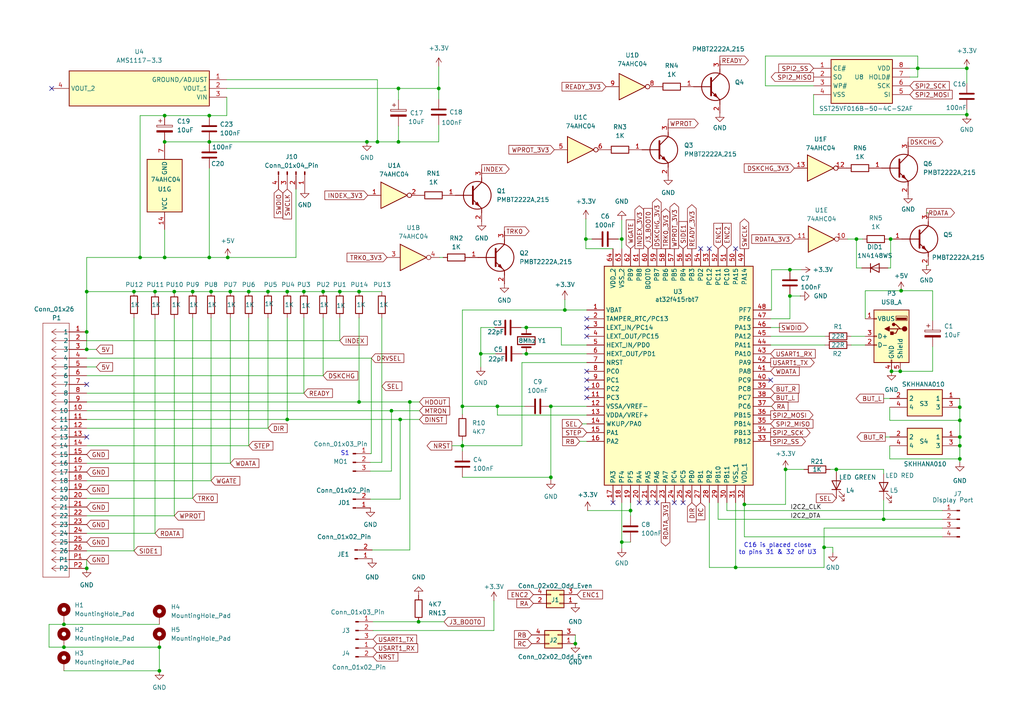
<source format=kicad_sch>
(kicad_sch (version 20250114) (generator "eeschema") (generator_version "9.0")
  (paper "A4")
  (title_block (title "Gotek SFR1M44-DU26 (SFRC2D.B) Handrawn Schematic") (date "2024-10-09") (rev "1.0") (company "LiveBoxAndy") (comment 1 "Based on pictures and meter readings without component removal other than RA/RB/RC.") (comment 2 "Added option for a rotary switch using RA as the select and PC10/11 for rotary control") (comment 3 "Correct positioning of C7 and C16 on schematic. Layout was already correct.") (comment 4 "Change connectors J1 & J2, Rotary & RA/B/C. Group RA with Rotary."))
  (lib_symbols
    (symbol "74xx:74AHC04"
      (property "Reference" "U" (at 0 1.27 0))
      (property "Value" "74AHC04" (at 0 -1.27 0))
      (symbol "74AHC04_1_0"
        (pin input line (at -7.62 0 0) (length 3.81) (name "~") (number "1"))
        (pin output inverted (at 7.62 0 180) (length 3.81) (name "~") (number "2"))
      )
      (symbol "74AHC04_2_0"
        (pin input line (at -7.62 0 0) (length 3.81) (name "~") (number "3"))
        (pin output inverted (at 7.62 0 180) (length 3.81) (name "~") (number "4"))
      )
      (symbol "74AHC04_3_0"
        (pin input line (at -7.62 0 0) (length 3.81) (name "~") (number "5"))
        (pin output inverted (at 7.62 0 180) (length 3.81) (name "~") (number "6"))
      )
      (symbol "74AHC04_4_0"
        (pin input line (at -7.62 0 0) (length 3.81) (name "~") (number "9"))
        (pin output inverted (at 7.62 0 180) (length 3.81) (name "~") (number "8"))
      )
      (symbol "74AHC04_5_0"
        (pin input line (at -7.62 0 0) (length 3.81) (name "~") (number "11"))
        (pin output inverted (at 7.62 0 180) (length 3.81) (name "~") (number "10"))
      )
      (symbol "74AHC04_6_0"
        (pin input line (at -7.62 0 0) (length 3.81) (name "~") (number "13"))
        (pin output inverted (at 7.62 0 180) (length 3.81) (name "~") (number "12"))
      )
      (symbol "74AHC04_7_0"
        (pin power_in line (at 0 12.7 270) (length 5.08) (name "VCC") (number "14"))
        (pin power_in line (at 0 -12.7 90) (length 5.08) (name "GND") (number "7"))
      )
    )
    (symbol "Connector:Conn_01x02_Pin" (pin_names (offset 1.016) (hide yes))
      (property "Reference" "J" (at 0 2.54 0))
      (property "Value" "Conn_01x02_Pin" (at 0 -5.08 0))
      (symbol "Conn_01x02_Pin_1_1"
        (pin passive line (at 5.08 0 180) (length 3.81) (name "Pin_1") (number "1"))
        (pin passive line (at 5.08 -2.54 180) (length 3.81) (name "Pin_2") (number "2"))
      )
    )
    (symbol "Connector:Conn_01x03_Pin" (pin_names (offset 1.016) (hide yes))
      (property "Reference" "J" (at 0 5.08 0))
      (property "Value" "Conn_01x03_Pin" (at 0 -5.08 0))
      (symbol "Conn_01x03_Pin_1_1"
        (pin passive line (at 5.08 2.54 180) (length 3.81) (name "Pin_1") (number "1"))
        (pin passive line (at 5.08 0 180) (length 3.81) (name "Pin_2") (number "2"))
        (pin passive line (at 5.08 -2.54 180) (length 3.81) (name "Pin_3") (number "3"))
      )
    )
    (symbol "Connector:Conn_01x04_Pin" (pin_names (offset 1.016) (hide yes))
      (property "Reference" "J" (at 0 5.08 0))
      (property "Value" "Conn_01x04_Pin" (at 0 -7.62 0))
      (symbol "Conn_01x04_Pin_1_1"
        (pin passive line (at 5.08 2.54 180) (length 3.81) (name "Pin_1") (number "1"))
        (pin passive line (at 5.08 0 180) (length 3.81) (name "Pin_2") (number "2"))
        (pin passive line (at 5.08 -2.54 180) (length 3.81) (name "Pin_3") (number "3"))
        (pin passive line (at 5.08 -5.08 180) (length 3.81) (name "Pin_4") (number "4"))
      )
    )
    (symbol "Connector:USB_A" (pin_names (offset 1.016))
      (property "Reference" "J" (at -5.08 11.43 0))
      (property "Value" "USB_A" (at -5.08 8.89 0))
      (symbol "USB_A_1_1"
        (pin passive line (at -2.54 -10.16 90) (length 2.54) (name "Shield") (number "5"))
        (pin power_in line (at 0 -10.16 90) (length 2.54) (name "GND") (number "4"))
        (pin power_in line (at 7.62 5.08 180) (length 2.54) (name "VBUS") (number "1"))
        (pin bidirectional line (at 7.62 0 180) (length 2.54) (name "D+") (number "3"))
        (pin bidirectional line (at 7.62 -2.54 180) (length 2.54) (name "D-") (number "2"))
      )
    )
    (symbol "Connector_Generic:Conn_02x02_Odd_Even" (pin_names (offset 1.016) (hide yes))
      (property "Reference" "J" (at 1.27 2.54 0))
      (property "Value" "Conn_02x02_Odd_Even" (at 1.27 -5.08 0))
      (symbol "Conn_02x02_Odd_Even_1_1"
        (pin passive line (at -5.08 0 0) (length 3.81) (name "Pin_1") (number "1"))
        (pin passive line (at -5.08 -2.54 0) (length 3.81) (name "Pin_3") (number "3"))
        (pin passive line (at 7.62 0 180) (length 3.81) (name "Pin_2") (number "2"))
        (pin passive line (at 7.62 -2.54 180) (length 3.81) (name "Pin_4") (number "4"))
      )
    )
    (symbol "Device:C" (pin_numbers (hide yes)) (pin_names (offset 0.254))
      (property "Reference" "C" (at 0.635 2.54 0))
      (property "Value" "C" (at 0.635 -2.54 0))
      (symbol "C_1_1"
        (pin passive line (at 0 3.81 270) (length 2.794) (name "~") (number "1"))
        (pin passive line (at 0 -3.81 90) (length 2.794) (name "~") (number "2"))
      )
    )
    (symbol "Device:C_Polarized" (pin_numbers (hide yes)) (pin_names (offset 0.254))
      (property "Reference" "C" (at 0.635 2.54 0))
      (property "Value" "C_Polarized" (at 0.635 -2.54 0))
      (symbol "C_Polarized_1_1"
        (pin passive line (at 0 3.81 270) (length 2.794) (name "~") (number "1"))
        (pin passive line (at 0 -3.81 90) (length 2.794) (name "~") (number "2"))
      )
    )
    (symbol "Device:Crystal" (pin_numbers (hide yes)) (pin_names (offset 1.016) (hide yes))
      (property "Reference" "Y" (at 0 3.81 0))
      (property "Value" "Crystal" (at 0 -3.81 0))
      (symbol "Crystal_1_1"
        (pin passive line (at -3.81 0 0) (length 1.27) (name "1") (number "1"))
        (pin passive line (at 3.81 0 180) (length 1.27) (name "2") (number "2"))
      )
    )
    (symbol "Device:LED" (pin_numbers (hide yes)) (pin_names (offset 1.016) (hide yes))
      (property "Reference" "D" (at 0 2.54 0))
      (property "Value" "LED" (at 0 -2.54 0))
      (symbol "LED_1_1"
        (pin passive line (at -3.81 0 0) (length 2.54) (name "K") (number "1"))
        (pin passive line (at 3.81 0 180) (length 2.54) (name "A") (number "2"))
      )
    )
    (symbol "Device:R" (pin_numbers (hide yes)) (pin_names (offset 0))
      (property "Reference" "R" (at 2.032 0 90))
      (property "Value" "R" (at 0 0 90))
      (symbol "R_1_1"
        (pin passive line (at 0 3.81 270) (length 1.27) (name "~") (number "1"))
        (pin passive line (at 0 -3.81 90) (length 1.27) (name "~") (number "2"))
      )
    )
    (symbol "Diode:1N4148WS" (pin_numbers (hide yes)) (pin_names (hide yes))
      (property "Reference" "D" (at 0 2.54 0))
      (property "Value" "1N4148WS" (at 0 -2.54 0))
      (symbol "1N4148WS_1_1"
        (pin passive line (at -3.81 0 0) (length 2.54) (name "K") (number "1"))
        (pin passive line (at 3.81 0 180) (length 2.54) (name "A") (number "2"))
      )
    )
    (symbol "Gotek:2005280260" (pin_names (offset 0.254))
      (property "Reference" "J" (at 8.89 6.35 0))
      (property "Value" "2005280260" (at 0 0 0))
      (symbol "2005280260_1_1"
        (pin unspecified line (at 0 0 0) (length 5.08) (name "1") (number "1"))
        (pin unspecified line (at 0 -2.54 0) (length 5.08) (name "2") (number "2"))
        (pin unspecified line (at 0 -5.08 0) (length 5.08) (name "3") (number "3"))
        (pin unspecified line (at 0 -7.62 0) (length 5.08) (name "4") (number "4"))
        (pin unspecified line (at 0 -10.16 0) (length 5.08) (name "5") (number "5"))
        (pin unspecified line (at 0 -12.7 0) (length 5.08) (name "6") (number "6"))
        (pin unspecified line (at 0 -15.24 0) (length 5.08) (name "7") (number "7"))
        (pin unspecified line (at 0 -17.78 0) (length 5.08) (name "8") (number "8"))
        (pin unspecified line (at 0 -20.32 0) (length 5.08) (name "9") (number "9"))
        (pin unspecified line (at 0 -22.86 0) (length 5.08) (name "10") (number "10"))
        (pin unspecified line (at 0 -25.4 0) (length 5.08) (name "11") (number "11"))
        (pin unspecified line (at 0 -27.94 0) (length 5.08) (name "12") (number "12"))
        (pin unspecified line (at 0 -30.48 0) (length 5.08) (name "13") (number "13"))
        (pin unspecified line (at 0 -33.02 0) (length 5.08) (name "14") (number "14"))
        (pin unspecified line (at 0 -35.56 0) (length 5.08) (name "15") (number "15"))
        (pin unspecified line (at 0 -38.1 0) (length 5.08) (name "16") (number "16"))
        (pin unspecified line (at 0 -40.64 0) (length 5.08) (name "17") (number "17"))
        (pin unspecified line (at 0 -43.18 0) (length 5.08) (name "18") (number "18"))
        (pin unspecified line (at 0 -45.72 0) (length 5.08) (name "19") (number "19"))
        (pin unspecified line (at 0 -48.26 0) (length 5.08) (name "20") (number "20"))
        (pin unspecified line (at 0 -50.8 0) (length 5.08) (name "21") (number "21"))
        (pin unspecified line (at 0 -53.34 0) (length 5.08) (name "22") (number "22"))
        (pin unspecified line (at 0 -55.88 0) (length 5.08) (name "23") (number "23"))
        (pin unspecified line (at 0 -58.42 0) (length 5.08) (name "24") (number "24"))
        (pin unspecified line (at 0 -60.96 0) (length 5.08) (name "25") (number "25"))
        (pin unspecified line (at 0 -63.5 0) (length 5.08) (name "26") (number "26"))
        (pin unspecified line (at 0 -66.04 0) (length 5.08) (name "P1") (number "P1"))
        (pin unspecified line (at 0 -68.58 0) (length 5.08) (name "P2") (number "P2"))
      )
      (symbol "2005280260_1_2"
        (pin unspecified line (at 0 0 0) (length 5.08) (name "1") (number "1"))
        (pin unspecified line (at 0 -2.54 0) (length 5.08) (name "2") (number "2"))
        (pin unspecified line (at 0 -5.08 0) (length 5.08) (name "3") (number "3"))
        (pin unspecified line (at 0 -7.62 0) (length 5.08) (name "4") (number "4"))
        (pin unspecified line (at 0 -10.16 0) (length 5.08) (name "5") (number "5"))
        (pin unspecified line (at 0 -12.7 0) (length 5.08) (name "6") (number "6"))
        (pin unspecified line (at 0 -15.24 0) (length 5.08) (name "7") (number "7"))
        (pin unspecified line (at 0 -17.78 0) (length 5.08) (name "8") (number "8"))
        (pin unspecified line (at 0 -20.32 0) (length 5.08) (name "9") (number "9"))
        (pin unspecified line (at 0 -22.86 0) (length 5.08) (name "10") (number "10"))
        (pin unspecified line (at 0 -25.4 0) (length 5.08) (name "11") (number "11"))
        (pin unspecified line (at 0 -27.94 0) (length 5.08) (name "12") (number "12"))
        (pin unspecified line (at 0 -30.48 0) (length 5.08) (name "13") (number "13"))
        (pin unspecified line (at 0 -33.02 0) (length 5.08) (name "14") (number "14"))
        (pin unspecified line (at 0 -35.56 0) (length 5.08) (name "15") (number "15"))
        (pin unspecified line (at 0 -38.1 0) (length 5.08) (name "16") (number "16"))
        (pin unspecified line (at 0 -40.64 0) (length 5.08) (name "17") (number "17"))
        (pin unspecified line (at 0 -43.18 0) (length 5.08) (name "18") (number "18"))
        (pin unspecified line (at 0 -45.72 0) (length 5.08) (name "19") (number "19"))
        (pin unspecified line (at 0 -48.26 0) (length 5.08) (name "20") (number "20"))
        (pin unspecified line (at 0 -50.8 0) (length 5.08) (name "21") (number "21"))
        (pin unspecified line (at 0 -53.34 0) (length 5.08) (name "22") (number "22"))
        (pin unspecified line (at 0 -55.88 0) (length 5.08) (name "23") (number "23"))
        (pin unspecified line (at 0 -58.42 0) (length 5.08) (name "24") (number "24"))
        (pin unspecified line (at 0 -60.96 0) (length 5.08) (name "25") (number "25"))
        (pin unspecified line (at 0 -63.5 0) (length 5.08) (name "26") (number "26"))
        (pin unspecified line (at 0 -66.04 0) (length 5.08) (name "P1") (number "P1"))
        (pin unspecified line (at 0 -68.58 0) (length 5.08) (name "P2") (number "P2"))
      )
    )
    (symbol "Gotek:PMBT2222A,215" (pin_names (hide yes))
      (property "Reference" "Q" (at 13.97 1.27 0))
      (property "Value" "PMBT2222A,215" (at 13.97 -1.27 0))
      (symbol "PMBT2222A,215_1_1"
        (pin passive line (at 0 0 0) (length 2.54) (name "B") (number "1"))
        (pin passive line (at 10.16 7.62 270) (length 2.54) (name "C") (number "3"))
        (pin passive line (at 10.16 -7.62 90) (length 2.54) (name "E") (number "2"))
      )
    )
    (symbol "Gotek:SKHHANA010"
      (property "Reference" "S" (at 16.51 7.62 0))
      (property "Value" "SKHHANA010" (at 16.51 5.08 0))
      (symbol "SKHHANA010_1_1"
        (pin passive line (at 0 0 0) (length 5.08) (name "1") (number "1"))
        (pin passive line (at 0 -2.54 0) (length 5.08) (name "3") (number "3"))
        (pin passive line (at 20.32 0 180) (length 5.08) (name "2") (number "2"))
        (pin passive line (at 20.32 -2.54 180) (length 5.08) (name "4") (number "4"))
      )
    )
    (symbol "Gotek:SST25VF016B-50-4C-S2AF"
      (property "Reference" "IC" (at 24.13 7.62 0))
      (property "Value" "SST25VF016B-50-4C-S2AF" (at 24.13 5.08 0))
      (symbol "SST25VF016B-50-4C-S2AF_1_1"
        (pin passive line (at 0 0 0) (length 5.08) (name "CE#") (number "1"))
        (pin passive line (at 0 -2.54 0) (length 5.08) (name "SO") (number "2"))
        (pin passive line (at 0 -5.08 0) (length 5.08) (name "WP#") (number "3"))
        (pin passive line (at 0 -7.62 0) (length 5.08) (name "VSS") (number "4"))
        (pin passive line (at 27.94 0 180) (length 5.08) (name "VDD") (number "8"))
        (pin passive line (at 27.94 -2.54 180) (length 5.08) (name "HOLD#") (number "7"))
        (pin passive line (at 27.94 -5.08 180) (length 5.08) (name "SCK") (number "6"))
        (pin passive line (at 27.94 -7.62 180) (length 5.08) (name "SI") (number "5"))
      )
    )
    (symbol "Gotek:ams1117-3.3v"
      (property "Reference" "IC" (at 46.99 7.62 0))
      (property "Value" "ams1117-3.3v" (at 46.99 5.08 0))
      (symbol "ams1117-3.3v_1_1"
        (pin passive line (at 0 0 0) (length 5.08) (name "GROUND/ADJUST") (number "1"))
        (pin passive line (at 0 -2.54 0) (length 5.08) (name "VOUT_1") (number "2"))
        (pin passive line (at 0 -5.08 0) (length 5.08) (name "VIN") (number "3"))
        (pin passive line (at 50.8 -2.54 180) (length 5.08) (name "VOUT_2") (number "4"))
      )
    )
    (symbol "Gotek:at32f415rct7"
      (property "Reference" "IC" (at 49.53 17.78 0))
      (property "Value" "at32f415rct7" (at 49.53 15.24 0))
      (symbol "at32f415rct7_1_1"
        (pin passive line (at 0 0 0) (length 5.08) (name "VBAT") (number "1"))
        (pin passive line (at 0 -2.54 0) (length 5.08) (name "TAMPER_RTC/PC13") (number "2"))
        (pin passive line (at 0 -5.08 0) (length 5.08) (name "LEXT_IN/PC14") (number "3"))
        (pin passive line (at 0 -7.62 0) (length 5.08) (name "LEXT_OUT/PC15") (number "4"))
        (pin passive line (at 0 -10.16 0) (length 5.08) (name "HEXT_IN/PD0") (number "5"))
        (pin passive line (at 0 -12.7 0) (length 5.08) (name "HEXT_OUT/PD1") (number "6"))
        (pin passive line (at 0 -15.24 0) (length 5.08) (name "NRST") (number "7"))
        (pin passive line (at 0 -17.78 0) (length 5.08) (name "PC0") (number "8"))
        (pin passive line (at 0 -20.32 0) (length 5.08) (name "PC1") (number "9"))
        (pin passive line (at 0 -22.86 0) (length 5.08) (name "PC2") (number "10"))
        (pin passive line (at 0 -25.4 0) (length 5.08) (name "PC3") (number "11"))
        (pin passive line (at 0 -27.94 0) (length 5.08) (name "VSSA/VREF-") (number "12"))
        (pin passive line (at 0 -30.48 0) (length 5.08) (name "VDDA/VREF+") (number "13"))
        (pin passive line (at 0 -33.02 0) (length 5.08) (name "WKUP/PA0") (number "14"))
        (pin passive line (at 0 -35.56 0) (length 5.08) (name "PA1") (number "15"))
        (pin passive line (at 0 -38.1 0) (length 5.08) (name "PA2") (number "16"))
        (pin passive line (at 7.62 17.78 270) (length 5.08) (name "VDD_2") (number "64"))
        (pin passive line (at 7.62 -55.88 90) (length 5.08) (name "PA3") (number "17"))
        (pin passive line (at 10.16 17.78 270) (length 5.08) (name "VSS_2") (number "63"))
        (pin passive line (at 10.16 -55.88 90) (length 5.08) (name "PF4") (number "18"))
        (pin passive line (at 12.7 17.78 270) (length 5.08) (name "PB9") (number "62"))
        (pin passive line (at 12.7 -55.88 90) (length 5.08) (name "PF5") (number "19"))
        (pin passive line (at 15.24 17.78 270) (length 5.08) (name "PB8") (number "61"))
        (pin passive line (at 15.24 -55.88 90) (length 5.08) (name "PA4") (number "20"))
        (pin passive line (at 17.78 17.78 270) (length 5.08) (name "BOOT0") (number "60"))
        (pin passive line (at 17.78 -55.88 90) (length 5.08) (name "PA5") (number "21"))
        (pin passive line (at 20.32 17.78 270) (length 5.08) (name "PB7") (number "59"))
        (pin passive line (at 20.32 -55.88 90) (length 5.08) (name "PA6") (number "22"))
        (pin passive line (at 22.86 17.78 270) (length 5.08) (name "PB6") (number "58"))
        (pin passive line (at 22.86 -55.88 90) (length 5.08) (name "PA7") (number "23"))
        (pin passive line (at 25.4 17.78 270) (length 5.08) (name "PB5") (number "57"))
        (pin passive line (at 25.4 -55.88 90) (length 5.08) (name "PC4") (number "24"))
        (pin passive line (at 27.94 17.78 270) (length 5.08) (name "PB4") (number "56"))
        (pin passive line (at 27.94 -55.88 90) (length 5.08) (name "PC5") (number "25"))
        (pin passive line (at 30.48 17.78 270) (length 5.08) (name "PB3") (number "55"))
        (pin passive line (at 30.48 -55.88 90) (length 5.08) (name "PB0") (number "26"))
        (pin passive line (at 33.02 17.78 270) (length 5.08) (name "PD2") (number "54"))
        (pin passive line (at 33.02 -55.88 90) (length 5.08) (name "PB1") (number "27"))
        (pin passive line (at 35.56 17.78 270) (length 5.08) (name "PC12") (number "53"))
        (pin passive line (at 35.56 -55.88 90) (length 5.08) (name "PB2") (number "28"))
        (pin passive line (at 38.1 17.78 270) (length 5.08) (name "PC11") (number "52"))
        (pin passive line (at 38.1 -55.88 90) (length 5.08) (name "PB10") (number "29"))
        (pin passive line (at 40.64 17.78 270) (length 5.08) (name "PC10") (number "51"))
        (pin passive line (at 40.64 -55.88 90) (length 5.08) (name "PB11") (number "30"))
        (pin passive line (at 43.18 17.78 270) (length 5.08) (name "PA15") (number "50"))
        (pin passive line (at 43.18 -55.88 90) (length 5.08) (name "VSS_1") (number "31"))
        (pin passive line (at 45.72 17.78 270) (length 5.08) (name "PA14") (number "49"))
        (pin passive line (at 45.72 -55.88 90) (length 5.08) (name "VDD_1") (number "32"))
        (pin passive line (at 53.34 0 180) (length 5.08) (name "PF7") (number "48"))
        (pin passive line (at 53.34 -2.54 180) (length 5.08) (name "PF6") (number "47"))
        (pin passive line (at 53.34 -5.08 180) (length 5.08) (name "PA13") (number "46"))
        (pin passive line (at 53.34 -7.62 180) (length 5.08) (name "PA12") (number "45"))
        (pin passive line (at 53.34 -10.16 180) (length 5.08) (name "PA11") (number "44"))
        (pin passive line (at 53.34 -12.7 180) (length 5.08) (name "PA10") (number "43"))
        (pin passive line (at 53.34 -15.24 180) (length 5.08) (name "PA9") (number "42"))
        (pin passive line (at 53.34 -17.78 180) (length 5.08) (name "PA8") (number "41"))
        (pin passive line (at 53.34 -20.32 180) (length 5.08) (name "PC9") (number "40"))
        (pin passive line (at 53.34 -22.86 180) (length 5.08) (name "PC8") (number "39"))
        (pin passive line (at 53.34 -25.4 180) (length 5.08) (name "PC7") (number "38"))
        (pin passive line (at 53.34 -27.94 180) (length 5.08) (name "PC6") (number "37"))
        (pin passive line (at 53.34 -30.48 180) (length 5.08) (name "PB15") (number "36"))
        (pin passive line (at 53.34 -33.02 180) (length 5.08) (name "PB14") (number "35"))
        (pin passive line (at 53.34 -35.56 180) (length 5.08) (name "PB13") (number "34"))
        (pin passive line (at 53.34 -38.1 180) (length 5.08) (name "PB12") (number "33"))
      )
    )
    (symbol "Mechanical:MountingHole_Pad" (pin_numbers (hide yes)) (pin_names (offset 1.016) (hide yes)) (exclude_from_sim yes) (in_bom no)
      (property "Reference" "H" (at 0 6.35 0))
      (property "Value" "MountingHole_Pad" (at 0 4.445 0))
      (symbol "MountingHole_Pad_1_1"
        (pin input line (at 0 -2.54 90) (length 2.54) (name "1") (number "1"))
      )
    )
    (symbol "power:+3.3V" (power) (pin_numbers (hide yes)) (pin_names (offset 0) (hide yes))
      (property "Value" "+3.3V" (at 0 3.556 0))
      (symbol "+3.3V_1_1"
        (pin power_in line (at 0 0 90) (length 0) (name "~") (number "1"))
      )
    )
    (symbol "power:+5V" (power) (pin_numbers (hide yes)) (pin_names (offset 0) (hide yes))
      (property "Value" "+5V" (at 0 3.556 0))
      (symbol "+5V_1_1"
        (pin power_in line (at 0 0 90) (length 0) (name "~") (number "1"))
      )
    )
    (symbol "power:GND" (power) (pin_numbers (hide yes)) (pin_names (offset 0) (hide yes))
      (property "Value" "GND" (at 0 -3.81 0))
      (symbol "GND_1_1"
        (pin power_in line (at 0 0 270) (length 0) (name "~") (number "1"))
      )
    )
  )
  (text "C16 is placed close\nto pins 31 & 32 of U3" (at 225.552 159.258 0) (effects (font (size 1.27 1.27))))
  (text "S1" (at 100.076 131.572 0) (effects (font (size 1.27 1.27))))
  (junction (at 180.34 157.226))
  (junction (at 25.146 101.346))
  (junction (at 83.312 121.666))
  (junction (at 46.228 187.706))
  (junction (at 242.57 136.144))
  (junction (at 88.138 84.582))
  (junction (at 134.112 117.856))
  (junction (at 116.078 121.666))
  (junction (at 106.426 41.148))
  (junction (at 46.228 194.564))
  (junction (at 60.706 41.148))
  (junction (at 229.108 85.852))
  (junction (at 25.146 96.266))
  (junction (at 127.254 25.654))
  (junction (at 25.146 164.846))
  (junction (at 118.872 116.586))
  (junction (at 248.412 69.342))
  (junction (at 60.706 33.528))
  (junction (at 115.57 25.654))
  (junction (at 47.752 74.676))
  (junction (at 229.108 78.232))
  (junction (at 25.146 84.582))
  (junction (at 72.136 84.582))
  (junction (at 278.384 133.096))
  (junction (at 213.36 164.592))
  (junction (at 66.04 74.676))
  (junction (at 144.272 117.856))
  (junction (at 163.83 89.916))
  (junction (at 104.14 84.582))
  (junction (at 115.57 41.148))
  (junction (at 139.446 102.616))
  (junction (at 278.384 118.11))
  (junction (at 98.552 84.582))
  (junction (at 50.546 84.582))
  (junction (at 180.34 69.342))
  (junction (at 83.312 84.582))
  (junction (at 55.88 84.582))
  (junction (at 109.474 41.148))
  (junction (at 280.416 33.274))
  (junction (at 38.862 84.582))
  (junction (at 261.112 107.696))
  (junction (at 280.416 19.812))
  (junction (at 60.706 74.676))
  (junction (at 113.538 119.126))
  (junction (at 104.14 116.586))
  (junction (at 121.412 180.34))
  (junction (at 47.752 33.528))
  (junction (at 152.654 94.996))
  (junction (at 258.318 69.342))
  (junction (at 47.752 41.148))
  (junction (at 44.958 84.582))
  (junction (at 261.366 84.328))
  (junction (at 66.802 84.582))
  (junction (at 227.838 136.144))
  (junction (at 258.572 107.696))
  (junction (at 159.766 117.856))
  (junction (at 18.542 187.706))
  (junction (at 93.726 84.582))
  (junction (at 256.286 150.622))
  (junction (at 215.9 146.304))
  (junction (at 239.014 158.75))
  (junction (at 182.88 148.082))
  (junction (at 159.766 138.43))
  (junction (at 61.214 84.582))
  (junction (at 18.542 181.102))
  (junction (at 266.192 19.812))
  (junction (at 166.878 186.69))
  (junction (at 278.384 129.286))
  (junction (at 169.926 69.342))
  (junction (at 40.64 74.676))
  (junction (at 77.724 84.582))
  (junction (at 134.112 129.286))
  (junction (at 278.384 121.92))
  (junction (at 278.384 126.746))
  (junction (at 152.654 102.616))
  (no_connect (at 203.2 72.136))
  (no_connect (at 205.74 72.136))
  (no_connect (at 223.52 110.236))
  (no_connect (at 25.146 111.506))
  (no_connect (at 170.18 97.536))
  (no_connect (at 177.8 145.796))
  (no_connect (at 170.18 115.316))
  (no_connect (at 14.986 25.654))
  (no_connect (at 170.18 110.236))
  (no_connect (at 170.18 94.996))
  (no_connect (at 195.58 145.796))
  (no_connect (at 170.18 92.456))
  (no_connect (at 198.12 145.796))
  (no_connect (at 25.146 126.746))
  (no_connect (at 170.18 112.776))
  (no_connect (at 187.96 145.796))
  (no_connect (at 170.18 107.696))
  (no_connect (at 190.5 145.796))
  (no_connect (at 185.42 145.796))
  (no_connect (at 213.36 72.136))
  (wire (pts (xy 180.34 63.754) (xy 180.34 69.342)))
  (wire (pts (xy 46.228 181.102) (xy 18.542 181.102)))
  (wire (pts (xy 118.872 116.586) (xy 104.14 116.586)))
  (wire (pts (xy 166.878 184.15) (xy 166.878 186.69)))
  (wire (pts (xy 168.91 122.936) (xy 170.18 122.936)))
  (wire (pts (xy 113.538 136.652) (xy 107.442 136.652)))
  (wire (pts (xy 221.996 24.892) (xy 221.996 16.256)))
  (wire (pts (xy 240.792 136.144) (xy 242.57 136.144)))
  (wire (pts (xy 134.112 129.286) (xy 134.112 130.81)))
  (wire (pts (xy 170.18 89.916) (xy 163.83 89.916)))
  (wire (pts (xy 266.192 19.812) (xy 266.192 22.352)))
  (wire (pts (xy 121.666 121.666) (xy 116.078 121.666)))
  (wire (pts (xy 227.838 136.144) (xy 233.172 136.144)))
  (wire (pts (xy 266.192 16.256) (xy 266.192 19.812)))
  (wire (pts (xy 72.136 84.582) (xy 77.724 84.582)))
  (wire (pts (xy 121.412 180.34) (xy 108.204 180.34)))
  (wire (pts (xy 128.524 74.676) (xy 127.508 74.676)))
  (wire (pts (xy 139.446 94.996) (xy 139.446 102.616)))
  (wire (pts (xy 65.786 33.528) (xy 65.786 28.194)))
  (wire (pts (xy 152.654 94.996) (xy 162.814 94.996)))
  (wire (pts (xy 110.744 134.112) (xy 107.442 134.112)))
  (wire (pts (xy 50.546 149.606) (xy 25.146 149.606)))
  (wire (pts (xy 235.966 33.274) (xy 280.416 33.274)))
  (wire (pts (xy 134.112 117.856) (xy 134.112 120.142)))
  (wire (pts (xy 40.64 33.528) (xy 40.64 74.676)))
  (wire (pts (xy 83.312 92.202) (xy 83.312 121.666)))
  (wire (pts (xy 177.8 72.136) (xy 169.926 72.136)))
  (wire (pts (xy 38.862 159.766) (xy 25.146 159.766)))
  (wire (pts (xy 55.88 92.202) (xy 55.88 144.526)))
  (wire (pts (xy 143.764 102.616) (xy 139.446 102.616)))
  (wire (pts (xy 77.724 92.202) (xy 77.724 124.206)))
  (wire (pts (xy 109.474 41.148) (xy 106.426 41.148)))
  (wire (pts (xy 208.28 145.796) (xy 208.28 150.622)))
  (wire (pts (xy 229.108 78.232) (xy 232.41 78.232)))
  (wire (pts (xy 104.14 116.586) (xy 25.146 116.586)))
  (wire (pts (xy 115.57 25.654) (xy 127.254 25.654)))
  (wire (pts (xy 223.52 94.996) (xy 226.314 94.996)))
  (wire (pts (xy 163.83 86.868) (xy 163.83 89.916)))
  (wire (pts (xy 108.204 182.88) (xy 143.256 182.88)))
  (wire (pts (xy 47.752 33.528) (xy 60.706 33.528)))
  (wire (pts (xy 115.57 36.576) (xy 115.57 41.148)))
  (wire (pts (xy 223.774 89.916) (xy 223.52 89.916)))
  (wire (pts (xy 60.706 33.528) (xy 65.786 33.528)))
  (wire (pts (xy 151.384 105.156) (xy 151.384 129.286)))
  (wire (pts (xy 107.95 159.512) (xy 118.872 159.512)))
  (wire (pts (xy 55.88 84.582) (xy 61.214 84.582)))
  (wire (pts (xy 239.014 153.162) (xy 239.014 158.75)))
  (wire (pts (xy 256.794 126.746) (xy 258.064 126.746)))
  (wire (pts (xy 85.852 54.864) (xy 85.852 74.676)))
  (wire (pts (xy 278.384 115.57) (xy 278.384 118.11)))
  (wire (pts (xy 256.286 115.57) (xy 258.064 115.57)))
  (wire (pts (xy 47.752 41.148) (xy 60.706 41.148)))
  (wire (pts (xy 40.64 74.676) (xy 47.752 74.676)))
  (wire (pts (xy 46.228 194.564) (xy 46.228 187.706)))
  (wire (pts (xy 152.654 102.616) (xy 170.18 102.616)))
  (wire (pts (xy 223.774 78.232) (xy 223.774 89.916)))
  (wire (pts (xy 229.108 78.232) (xy 223.774 78.232)))
  (wire (pts (xy 18.542 194.564) (xy 46.228 194.564)))
  (wire (pts (xy 235.966 24.892) (xy 221.996 24.892)))
  (wire (pts (xy 47.752 66.548) (xy 47.752 74.676)))
  (wire (pts (xy 162.814 100.076) (xy 162.814 94.996)))
  (wire (pts (xy 180.34 157.226) (xy 182.88 157.226)))
  (wire (pts (xy 47.752 74.676) (xy 60.706 74.676)))
  (wire (pts (xy 256.286 136.144) (xy 256.286 137.414)))
  (wire (pts (xy 258.064 121.92) (xy 278.384 121.92)))
  (wire (pts (xy 66.802 92.202) (xy 66.802 134.366)))
  (wire (pts (xy 104.14 92.202) (xy 104.14 116.586)))
  (wire (pts (xy 25.146 74.676) (xy 25.146 84.582)))
  (wire (pts (xy 168.148 128.016) (xy 170.18 128.016)))
  (wire (pts (xy 44.958 84.836) (xy 44.958 84.582)))
  (wire (pts (xy 269.24 61.722) (xy 268.732 61.722)))
  (wire (pts (xy 159.766 138.43) (xy 159.766 139.192)))
  (wire (pts (xy 258.572 107.696) (xy 261.112 107.696)))
  (wire (pts (xy 25.146 103.886) (xy 107.696 103.886)))
  (wire (pts (xy 25.146 98.806) (xy 98.552 98.806)))
  (wire (pts (xy 249.936 77.724) (xy 248.412 77.724)))
  (wire (pts (xy 25.146 162.306) (xy 25.146 164.846)))
  (wire (pts (xy 118.872 116.586) (xy 118.872 159.512)))
  (wire (pts (xy 239.014 158.75) (xy 239.014 164.592)))
  (wire (pts (xy 258.318 69.342) (xy 258.318 77.724)))
  (wire (pts (xy 65.786 23.114) (xy 109.474 23.114)))
  (wire (pts (xy 213.36 145.796) (xy 213.36 164.592)))
  (wire (pts (xy 280.416 19.812) (xy 280.416 24.13)))
  (wire (pts (xy 121.412 180.34) (xy 128.778 180.34)))
  (wire (pts (xy 107.696 103.886) (xy 107.696 131.572)))
  (wire (pts (xy 163.83 89.916) (xy 134.112 89.916)))
  (wire (pts (xy 55.88 144.526) (xy 25.146 144.526)))
  (wire (pts (xy 127.254 25.654) (xy 127.254 28.702)))
  (wire (pts (xy 66.802 134.366) (xy 25.146 134.366)))
  (wire (pts (xy 229.108 85.852) (xy 229.108 92.456)))
  (wire (pts (xy 227.838 146.304) (xy 215.9 146.304)))
  (wire (pts (xy 256.286 145.034) (xy 256.286 150.622)))
  (wire (pts (xy 241.554 158.75) (xy 239.014 158.75)))
  (wire (pts (xy 116.078 144.78) (xy 107.442 144.78)))
  (wire (pts (xy 205.74 164.592) (xy 213.36 164.592)))
  (wire (pts (xy 263.906 19.812) (xy 266.192 19.812)))
  (wire (pts (xy 88.138 92.202) (xy 88.138 114.046)))
  (wire (pts (xy 88.138 114.046) (xy 25.146 114.046)))
  (wire (pts (xy 273.304 155.702) (xy 215.9 155.702)))
  (wire (pts (xy 258.318 69.342) (xy 259.08 69.342)))
  (wire (pts (xy 166.878 175.006) (xy 167.386 175.006)))
  (wire (pts (xy 270.51 100.584) (xy 270.51 107.696)))
  (wire (pts (xy 25.146 96.266) (xy 25.146 101.346)))
  (wire (pts (xy 250.952 100.076) (xy 246.888 100.076)))
  (wire (pts (xy 278.384 121.92) (xy 278.384 126.746)))
  (wire (pts (xy 25.146 84.582) (xy 25.146 96.266)))
  (wire (pts (xy 83.312 84.582) (xy 88.138 84.582)))
  (wire (pts (xy 60.706 74.676) (xy 66.04 74.676)))
  (wire (pts (xy 40.64 74.676) (xy 25.146 74.676)))
  (wire (pts (xy 182.88 148.082) (xy 182.88 149.606)))
  (wire (pts (xy 60.706 48.768) (xy 60.706 74.676)))
  (wire (pts (xy 210.82 145.796) (xy 210.82 148.082)))
  (wire (pts (xy 139.446 102.616) (xy 139.446 106.426)))
  (wire (pts (xy 25.146 119.126) (xy 113.538 119.126)))
  (wire (pts (xy 115.57 25.654) (xy 115.57 28.956)))
  (wire (pts (xy 170.18 105.156) (xy 151.384 105.156)))
  (wire (pts (xy 113.538 119.126) (xy 121.666 119.126)))
  (wire (pts (xy 261.366 84.328) (xy 270.51 84.328)))
  (wire (pts (xy 65.786 25.654) (xy 115.57 25.654)))
  (wire (pts (xy 278.384 118.11) (xy 278.384 121.92)))
  (wire (pts (xy 44.958 154.686) (xy 25.146 154.686)))
  (wire (pts (xy 61.214 92.202) (xy 61.214 139.446)))
  (wire (pts (xy 248.412 77.724) (xy 248.412 69.342)))
  (wire (pts (xy 38.862 92.202) (xy 38.862 159.766)))
  (wire (pts (xy 27.94 101.346) (xy 25.146 101.346)))
  (wire (pts (xy 27.94 106.426) (xy 25.146 106.426)))
  (wire (pts (xy 110.744 92.202) (xy 110.744 134.112)))
  (wire (pts (xy 180.34 69.342) (xy 180.34 72.136)))
  (wire (pts (xy 169.926 72.136) (xy 169.926 69.342)))
  (wire (pts (xy 248.412 69.342) (xy 250.19 69.342)))
  (wire (pts (xy 115.57 41.148) (xy 127.254 41.148)))
  (wire (pts (xy 152.146 117.856) (xy 144.272 117.856)))
  (wire (pts (xy 210.82 148.082) (xy 273.304 148.082)))
  (wire (pts (xy 223.52 117.856) (xy 223.774 117.856)))
  (wire (pts (xy 66.04 74.676) (xy 85.852 74.676)))
  (wire (pts (xy 170.18 117.856) (xy 159.766 117.856)))
  (wire (pts (xy 273.304 153.162) (xy 239.014 153.162)))
  (wire (pts (xy 131.064 129.286) (xy 134.112 129.286)))
  (wire (pts (xy 170.18 120.396) (xy 144.272 120.396)))
  (wire (pts (xy 170.434 148.082) (xy 182.88 148.082)))
  (wire (pts (xy 223.52 97.536) (xy 239.268 97.536)))
  (wire (pts (xy 77.724 124.206) (xy 25.146 124.206)))
  (wire (pts (xy 46.228 187.706) (xy 18.542 187.706)))
  (wire (pts (xy 50.546 84.582) (xy 55.88 84.582)))
  (wire (pts (xy 180.34 157.226) (xy 180.34 159.004)))
  (wire (pts (xy 182.88 145.796) (xy 182.88 148.082)))
  (wire (pts (xy 263.906 22.352) (xy 266.192 22.352)))
  (wire (pts (xy 280.416 33.274) (xy 280.416 31.75)))
  (wire (pts (xy 256.286 150.622) (xy 273.304 150.622)))
  (wire (pts (xy 72.136 92.202) (xy 72.136 129.286)))
  (wire (pts (xy 241.554 158.75) (xy 241.554 160.274)))
  (wire (pts (xy 205.74 145.796) (xy 205.74 164.592)))
  (wire (pts (xy 242.57 136.144) (xy 242.57 136.906)))
  (wire (pts (xy 278.384 133.096) (xy 278.384 134.112)))
  (wire (pts (xy 134.112 127.762) (xy 134.112 129.286)))
  (wire (pts (xy 60.706 41.148) (xy 106.426 41.148)))
  (wire (pts (xy 61.214 84.582) (xy 66.802 84.582)))
  (wire (pts (xy 227.838 136.144) (xy 227.838 146.304)))
  (wire (pts (xy 258.064 129.286) (xy 258.064 133.096)))
  (wire (pts (xy 270.51 107.696) (xy 261.112 107.696)))
  (wire (pts (xy 152.654 94.996) (xy 151.13 94.996)))
  (wire (pts (xy 50.546 84.836) (xy 50.546 84.582)))
  (wire (pts (xy 14.224 181.102) (xy 18.542 181.102)))
  (wire (pts (xy 83.312 121.666) (xy 25.146 121.666)))
  (wire (pts (xy 278.384 129.286) (xy 278.384 133.096)))
  (wire (pts (xy 38.862 84.582) (xy 44.958 84.582)))
  (wire (pts (xy 93.726 84.582) (xy 98.552 84.582)))
  (wire (pts (xy 134.112 138.43) (xy 159.766 138.43)))
  (wire (pts (xy 169.926 63.5) (xy 169.926 69.342)))
  (wire (pts (xy 208.28 150.622) (xy 256.286 150.622)))
  (wire (pts (xy 256.286 136.144) (xy 242.57 136.144)))
  (wire (pts (xy 116.078 121.666) (xy 83.312 121.666)))
  (wire (pts (xy 270.51 92.964) (xy 270.51 84.328)))
  (wire (pts (xy 127.254 41.148) (xy 127.254 36.322)))
  (wire (pts (xy 116.078 144.78) (xy 116.078 121.666)))
  (wire (pts (xy 113.538 119.126) (xy 113.538 136.652)))
  (wire (pts (xy 66.802 84.582) (xy 72.136 84.582)))
  (wire (pts (xy 159.766 117.856) (xy 159.766 138.43)))
  (wire (pts (xy 109.474 23.114) (xy 109.474 41.148)))
  (wire (pts (xy 152.654 102.616) (xy 151.384 102.616)))
  (wire (pts (xy 151.384 129.286) (xy 134.112 129.286)))
  (wire (pts (xy 257.81 69.342) (xy 258.318 69.342)))
  (wire (pts (xy 246.888 97.536) (xy 250.952 97.536)))
  (wire (pts (xy 109.474 41.148) (xy 115.57 41.148)))
  (wire (pts (xy 229.108 85.852) (xy 232.156 85.852)))
  (wire (pts (xy 61.214 139.446) (xy 25.146 139.446)))
  (wire (pts (xy 121.666 116.586) (xy 118.872 116.586)))
  (wire (pts (xy 40.64 33.528) (xy 47.752 33.528)))
  (wire (pts (xy 223.52 100.076) (xy 239.268 100.076)))
  (wire (pts (xy 25.146 108.966) (xy 93.726 108.966)))
  (wire (pts (xy 258.064 118.11) (xy 258.064 121.92)))
  (wire (pts (xy 235.966 27.432) (xy 235.966 33.274)))
  (wire (pts (xy 258.064 133.096) (xy 278.384 133.096)))
  (wire (pts (xy 25.146 84.582) (xy 38.862 84.582)))
  (wire (pts (xy 221.996 16.256) (xy 266.192 16.256)))
  (wire (pts (xy 77.724 84.582) (xy 83.312 84.582)))
  (wire (pts (xy 98.552 84.582) (xy 104.14 84.582)))
  (wire (pts (xy 72.136 129.286) (xy 25.146 129.286)))
  (wire (pts (xy 278.384 126.746) (xy 278.384 129.286)))
  (wire (pts (xy 180.34 157.226) (xy 180.34 145.796)))
  (wire (pts (xy 143.256 182.88) (xy 143.256 174.244)))
  (wire (pts (xy 229.108 92.456) (xy 223.52 92.456)))
  (wire (pts (xy 88.138 84.582) (xy 93.726 84.582)))
  (wire (pts (xy 18.542 187.706) (xy 14.224 187.706)))
  (wire (pts (xy 266.192 19.812) (xy 280.416 19.812)))
  (wire (pts (xy 215.9 145.796) (xy 215.9 146.304)))
  (wire (pts (xy 169.926 69.342) (xy 171.704 69.342)))
  (wire (pts (xy 261.366 84.328) (xy 250.952 84.328)))
  (wire (pts (xy 93.726 108.966) (xy 93.726 92.202)))
  (wire (pts (xy 213.36 164.592) (xy 239.014 164.592)))
  (wire (pts (xy 134.112 89.916) (xy 134.112 117.856)))
  (wire (pts (xy 269.24 76.962) (xy 268.732 76.962)))
  (wire (pts (xy 98.552 98.806) (xy 98.552 92.202)))
  (wire (pts (xy 258.318 77.724) (xy 257.556 77.724)))
  (wire (pts (xy 144.272 120.396) (xy 144.272 117.856)))
  (wire (pts (xy 245.872 69.342) (xy 248.412 69.342)))
  (wire (pts (xy 127.254 19.304) (xy 127.254 25.654)))
  (wire (pts (xy 44.958 84.582) (xy 50.546 84.582)))
  (wire (pts (xy 14.224 187.706) (xy 14.224 181.102)))
  (wire (pts (xy 144.272 117.856) (xy 134.112 117.856)))
  (wire (pts (xy 179.324 69.342) (xy 180.34 69.342)))
  (wire (pts (xy 215.9 146.304) (xy 215.9 155.702)))
  (wire (pts (xy 18.542 181.102) (xy 18.542 180.594)))
  (wire (pts (xy 143.51 94.996) (xy 139.446 94.996)))
  (wire (pts (xy 50.546 92.456) (xy 50.546 149.606)))
  (wire (pts (xy 110.744 84.582) (xy 104.14 84.582)))
  (wire (pts (xy 107.696 131.572) (xy 107.442 131.572)))
  (wire (pts (xy 44.958 92.456) (xy 44.958 154.686)))
  (wire (pts (xy 250.952 84.328) (xy 250.952 92.456)))
  (wire (pts (xy 170.18 100.076) (xy 162.814 100.076)))
  (label "I2C2_DTA" (at 237.998 150.622 180))
  (label "I2C2_CLK" (at 238.252 148.082 180))
  (global_label "RDATA" (shape output) (at 268.732 61.722 0) (property "Intersheetrefs" "${INTERSHEET_REFS}" (effects (hide yes))))
  (global_label "SPI2_MISO" (shape input) (at 223.52 122.936 0) (property "Intersheetrefs" "${INTERSHEET_REFS}" (effects (hide yes))))
  (global_label "TRK0" (shape output) (at 146.304 67.056 0) (property "Intersheetrefs" "${INTERSHEET_REFS}" (effects (hide yes))))
  (global_label "READY_3V3" (shape input) (at 175.768 25.146 180) (property "Intersheetrefs" "${INTERSHEET_REFS}" (effects (hide yes))))
  (global_label "SWDIO" (shape input) (at 80.772 54.864 270) (property "Intersheetrefs" "${INTERSHEET_REFS}" (effects (hide yes))))
  (global_label "SPI2_MOSI" (shape input) (at 263.906 27.432 0) (property "Intersheetrefs" "${INTERSHEET_REFS}" (effects (hide yes))))
  (global_label "HDOUT" (shape input) (at 121.666 116.586 0) (property "Intersheetrefs" "${INTERSHEET_REFS}" (effects (hide yes))))
  (global_label "RC" (shape input) (at 154.178 186.69 180) (property "Intersheetrefs" "${INTERSHEET_REFS}" (effects (hide yes))))
  (global_label "MTRON" (shape input) (at 121.666 119.126 0) (property "Intersheetrefs" "${INTERSHEET_REFS}" (effects (hide yes))))
  (global_label "SIDE1" (shape input) (at 38.862 159.766 0) (property "Intersheetrefs" "${INTERSHEET_REFS}" (effects (hide yes))))
  (global_label "SIDE1" (shape input) (at 198.12 72.136 90) (property "Intersheetrefs" "${INTERSHEET_REFS}" (effects (hide yes))))
  (global_label "SPI2_MOSI" (shape output) (at 223.52 120.396 0) (property "Intersheetrefs" "${INTERSHEET_REFS}" (effects (hide yes))))
  (global_label "DSKCHG_3V3" (shape input) (at 230.378 48.768 180) (property "Intersheetrefs" "${INTERSHEET_REFS}" (effects (hide yes))))
  (global_label "USART1_TX" (shape output) (at 223.52 105.156 0) (property "Intersheetrefs" "${INTERSHEET_REFS}" (effects (hide yes))))
  (global_label "SPI2_SCK" (shape input) (at 263.906 24.892 0) (property "Intersheetrefs" "${INTERSHEET_REFS}" (effects (hide yes))))
  (global_label "DRVSEL" (shape input) (at 107.696 103.886 0) (property "Intersheetrefs" "${INTERSHEET_REFS}" (effects (hide yes))))
  (global_label "SEL" (shape input) (at 168.91 122.936 180) (property "Intersheetrefs" "${INTERSHEET_REFS}" (effects (hide yes))))
  (global_label "RB" (shape input) (at 154.178 184.15 180) (property "Intersheetrefs" "${INTERSHEET_REFS}" (effects (hide yes))))
  (global_label "STEP" (shape input) (at 170.18 125.476 180) (property "Intersheetrefs" "${INTERSHEET_REFS}" (effects (hide yes))))
  (global_label "RDATA_3V3" (shape output) (at 193.04 145.796 270) (property "Intersheetrefs" "${INTERSHEET_REFS}" (effects (hide yes))))
  (global_label "SWCLK" (shape output) (at 215.9 72.136 90) (property "Intersheetrefs" "${INTERSHEET_REFS}" (effects (hide yes))))
  (global_label "NRST" (shape output) (at 131.064 129.286 180) (property "Intersheetrefs" "${INTERSHEET_REFS}" (effects (hide yes))))
  (global_label "GND" (shape input) (at 25.146 136.906 0) (property "Intersheetrefs" "${INTERSHEET_REFS}" (effects (hide yes))))
  (global_label "SEL" (shape input) (at 242.57 144.526 180) (property "Intersheetrefs" "${INTERSHEET_REFS}" (effects (hide yes))))
  (global_label "TRK0" (shape input) (at 55.88 144.526 0) (property "Intersheetrefs" "${INTERSHEET_REFS}" (effects (hide yes))))
  (global_label "BUT_L" (shape input) (at 223.52 115.316 0) (property "Intersheetrefs" "${INTERSHEET_REFS}" (effects (hide yes))))
  (global_label "SEL" (shape input) (at 110.744 112.014 0) (property "Intersheetrefs" "${INTERSHEET_REFS}" (effects (hide yes))))
  (global_label "DSKCHG" (shape output) (at 263.398 41.148 0) (property "Intersheetrefs" "${INTERSHEET_REFS}" (effects (hide yes))))
  (global_label "DSKCHG" (shape input) (at 93.726 108.966 0) (property "Intersheetrefs" "${INTERSHEET_REFS}" (effects (hide yes))))
  (global_label "USART1_RX" (shape input) (at 108.204 187.96 0) (property "Intersheetrefs" "${INTERSHEET_REFS}" (effects (hide yes))))
  (global_label "ENC1" (shape input) (at 208.28 72.136 90) (property "Intersheetrefs" "${INTERSHEET_REFS}" (effects (hide yes))))
  (global_label "INDEX_3V3" (shape input) (at 106.68 56.642 180) (property "Intersheetrefs" "${INTERSHEET_REFS}" (effects (hide yes))))
  (global_label "DSKCHG_3V3" (shape output) (at 190.5 72.136 90) (property "Intersheetrefs" "${INTERSHEET_REFS}" (effects (hide yes))))
  (global_label "SWCLK" (shape input) (at 83.312 54.864 270) (property "Intersheetrefs" "${INTERSHEET_REFS}" (effects (hide yes))))
  (global_label "SPI2_SCK" (shape output) (at 223.52 125.476 0) (property "Intersheetrefs" "${INTERSHEET_REFS}" (effects (hide yes))))
  (global_label "RDATA_3V3" (shape input) (at 230.632 69.342 180) (property "Intersheetrefs" "${INTERSHEET_REFS}" (effects (hide yes))))
  (global_label "BUT_R" (shape output) (at 256.794 126.746 180) (property "Intersheetrefs" "${INTERSHEET_REFS}" (effects (hide yes))))
  (global_label "BUT_L" (shape output) (at 256.286 115.57 180) (property "Intersheetrefs" "${INTERSHEET_REFS}" (effects (hide yes))))
  (global_label "NRST" (shape input) (at 108.204 190.5 0) (property "Intersheetrefs" "${INTERSHEET_REFS}" (effects (hide yes))))
  (global_label "SWDIO" (shape output) (at 226.06 94.996 0) (property "Intersheetrefs" "${INTERSHEET_REFS}" (effects (hide yes))))
  (global_label "WGATE" (shape input) (at 61.214 139.446 0) (property "Intersheetrefs" "${INTERSHEET_REFS}" (effects (hide yes))))
  (global_label "GND" (shape input) (at 25.146 147.066 0) (property "Intersheetrefs" "${INTERSHEET_REFS}" (effects (hide yes))))
  (global_label "DIR" (shape input) (at 77.724 124.206 0) (property "Intersheetrefs" "${INTERSHEET_REFS}" (effects (hide yes))))
  (global_label "RC" (shape input) (at 203.2 145.796 270) (property "Intersheetrefs" "${INTERSHEET_REFS}" (effects (hide yes))))
  (global_label "USART1_RX" (shape input) (at 223.52 102.616 0) (property "Intersheetrefs" "${INTERSHEET_REFS}" (effects (hide yes))))
  (global_label "ENC1" (shape input) (at 167.386 172.466 0) (property "Intersheetrefs" "${INTERSHEET_REFS}" (effects (hide yes))))
  (global_label "INDEX" (shape output) (at 139.7 49.022 0) (property "Intersheetrefs" "${INTERSHEET_REFS}" (effects (hide yes))))
  (global_label "RA" (shape input) (at 154.686 175.006 180) (property "Intersheetrefs" "${INTERSHEET_REFS}" (effects (hide yes))))
  (global_label "5V" (shape input) (at 27.94 101.346 0) (property "Intersheetrefs" "${INTERSHEET_REFS}" (effects (hide yes))))
  (global_label "5V" (shape input) (at 27.94 106.426 0) (property "Intersheetrefs" "${INTERSHEET_REFS}" (effects (hide yes))))
  (global_label "USART1_TX" (shape input) (at 108.204 185.42 0) (property "Intersheetrefs" "${INTERSHEET_REFS}" (effects (hide yes))))
  (global_label "DIR" (shape input) (at 200.66 145.796 270) (property "Intersheetrefs" "${INTERSHEET_REFS}" (effects (hide yes))))
  (global_label "INDEX" (shape input) (at 98.552 98.806 0) (property "Intersheetrefs" "${INTERSHEET_REFS}" (effects (hide yes))))
  (global_label "READY" (shape output) (at 208.788 17.526 0) (property "Intersheetrefs" "${INTERSHEET_REFS}" (effects (hide yes))))
  (global_label "WGATE" (shape input) (at 182.88 72.136 90) (property "Intersheetrefs" "${INTERSHEET_REFS}" (effects (hide yes))))
  (global_label "RA" (shape input) (at 223.774 117.856 0) (property "Intersheetrefs" "${INTERSHEET_REFS}" (effects (hide yes))))
  (global_label "J3_BOOT0" (shape input) (at 187.96 72.136 90) (property "Intersheetrefs" "${INTERSHEET_REFS}" (effects (hide yes))))
  (global_label "TRK0_3V3" (shape input) (at 112.268 74.676 180) (property "Intersheetrefs" "${INTERSHEET_REFS}" (effects (hide yes))))
  (global_label "READY" (shape input) (at 88.138 114.046 0) (property "Intersheetrefs" "${INTERSHEET_REFS}" (effects (hide yes))))
  (global_label "WDATA" (shape input) (at 66.802 134.366 0) (property "Intersheetrefs" "${INTERSHEET_REFS}" (effects (hide yes))))
  (global_label "GND" (shape input) (at 25.146 141.986 0) (property "Intersheetrefs" "${INTERSHEET_REFS}" (effects (hide yes))))
  (global_label "WPROT" (shape output) (at 193.802 35.814 0) (property "Intersheetrefs" "${INTERSHEET_REFS}" (effects (hide yes))))
  (global_label "BUT_R" (shape input) (at 223.52 112.776 0) (property "Intersheetrefs" "${INTERSHEET_REFS}" (effects (hide yes))))
  (global_label "DINST" (shape input) (at 121.666 121.666 0) (property "Intersheetrefs" "${INTERSHEET_REFS}" (effects (hide yes))))
  (global_label "STEP" (shape input) (at 72.136 129.286 0) (property "Intersheetrefs" "${INTERSHEET_REFS}" (effects (hide yes))))
  (global_label "ENC2" (shape input) (at 210.82 72.136 90) (property "Intersheetrefs" "${INTERSHEET_REFS}" (effects (hide yes))))
  (global_label "READY_3V3" (shape output) (at 200.66 72.136 90) (property "Intersheetrefs" "${INTERSHEET_REFS}" (effects (hide yes))))
  (global_label "RDATA" (shape input) (at 44.958 154.686 0) (property "Intersheetrefs" "${INTERSHEET_REFS}" (effects (hide yes))))
  (global_label "GND" (shape input) (at 25.146 157.226 0) (property "Intersheetrefs" "${INTERSHEET_REFS}" (effects (hide yes))))
  (global_label "GND" (shape input) (at 25.146 162.306 0) (property "Intersheetrefs" "${INTERSHEET_REFS}" (effects (hide yes))))
  (global_label "SPI2_MISO" (shape output) (at 235.966 22.352 180) (property "Intersheetrefs" "${INTERSHEET_REFS}" (effects (hide yes))))
  (global_label "SPI2_SS" (shape output) (at 223.52 128.016 0) (property "Intersheetrefs" "${INTERSHEET_REFS}" (effects (hide yes))))
  (global_label "J3_BOOT0" (shape input) (at 128.778 180.34 0) (property "Intersheetrefs" "${INTERSHEET_REFS}" (effects (hide yes))))
  (global_label "GND" (shape input) (at 25.146 152.146 0) (property "Intersheetrefs" "${INTERSHEET_REFS}" (effects (hide yes))))
  (global_label "ENC2" (shape input) (at 154.686 172.466 180) (property "Intersheetrefs" "${INTERSHEET_REFS}" (effects (hide yes))))
  (global_label "WPROT_3V3" (shape input) (at 160.782 43.434 180) (property "Intersheetrefs" "${INTERSHEET_REFS}" (effects (hide yes))))
  (global_label "WPROT" (shape input) (at 50.546 149.606 0) (property "Intersheetrefs" "${INTERSHEET_REFS}" (effects (hide yes))))
  (global_label "TRK0_3V3" (shape output) (at 193.04 72.136 90) (property "Intersheetrefs" "${INTERSHEET_REFS}" (effects (hide yes))))
  (global_label "WPROT_3V3" (shape output) (at 195.58 72.136 90) (property "Intersheetrefs" "${INTERSHEET_REFS}" (effects (hide yes))))
  (global_label "WDATA" (shape input) (at 223.52 107.696 0) (property "Intersheetrefs" "${INTERSHEET_REFS}" (effects (hide yes))))
  (global_label "SPI2_SS" (shape input) (at 235.966 19.812 180) (property "Intersheetrefs" "${INTERSHEET_REFS}" (effects (hide yes))))
  (global_label "GND" (shape input) (at 25.146 131.826 0) (property "Intersheetrefs" "${INTERSHEET_REFS}" (effects (hide yes))))
  (global_label "RB" (shape input) (at 168.148 128.016 180) (property "Intersheetrefs" "${INTERSHEET_REFS}" (effects (hide yes))))
  (global_label "INDEX_3V3" (shape output) (at 185.42 72.136 90) (property "Intersheetrefs" "${INTERSHEET_REFS}" (effects (hide yes))))
  (symbol (lib_id "power:GND") (at 180.34 63.754 0) (mirror x) (unit 1)
    (property "Reference" "#PWR08" (effects (hide yes)))
    (property "Value" "GND" (at 180.34 58.42 0))
    (property "Description" "Power symbol creates a global label with name \"GND\" , ground" (effects (hide yes)))
  )
  (symbol (lib_id "Device:C") (at 60.706 37.338 0) (unit 1)
    (property "Reference" "C23" (at 63.754 36.0679 0) (effects (justify left)))
    (property "Value" "100nF" (at 63.754 38.6079 0) (effects (justify left)))
    (property "Footprint" "Capacitor_SMD:C_0805_2012Metric_Pad1.18x1.45mm_HandSolder" (effects (hide yes)))
    (property "Description" "Unpolarized capacitor" (effects (hide yes)))
  )
  (symbol (lib_id "power:+3.3V") (at 232.41 78.232 270) (unit 1)
    (property "Reference" "#PWR033" (effects (hide yes)))
    (property "Value" "+3.3V" (at 235.712 78.232 90) (effects (justify left)))
    (property "Description" "Power symbol creates a global label with name \"+3.3V\"" (effects (hide yes)))
  )
  (symbol (lib_id "Device:R") (at 66.802 88.392 0) (mirror x) (unit 1)
    (property "Reference" "PU7" (at 64.77 82.55 0) (effects (justify left)))
    (property "Value" "1K" (at 65.786 88.392 0) (effects (justify left)))
    (property "Footprint" "Resistor_SMD:R_0805_2012Metric_Pad1.20x1.40mm_HandSolder" (effects (hide yes)))
    (property "Description" "Resistor" (effects (hide yes)))
  )
  (symbol (lib_id "power:GND") (at 180.34 159.004 0) (unit 1)
    (property "Reference" "#PWR025" (effects (hide yes)))
    (property "Value" "GND" (at 180.34 163.322 0))
    (property "Description" "Power symbol creates a global label with name \"GND\" , ground" (effects (hide yes)))
  )
  (symbol (lib_id "power:+3.3V") (at 127.254 19.304 0) (unit 1)
    (property "Reference" "#PWR03" (effects (hide yes)))
    (property "Value" "+3.3V" (at 127.254 13.97 0))
    (property "Description" "Power symbol creates a global label with name \"+3.3V\"" (effects (hide yes)))
  )
  (symbol (lib_id "power:+3.3V") (at 170.434 148.082 0) (unit 1)
    (property "Reference" "#PWR031" (effects (hide yes)))
    (property "Value" "+3.3V" (at 170.434 143.51 0))
    (property "Description" "Power symbol creates a global label with name \"+3.3V\"" (effects (hide yes)))
  )
  (symbol (lib_id "Connector:Conn_01x02_Pin") (at 102.362 147.32 0) (mirror x) (unit 1)
    (property "Reference" "JD1" (at 99.822 145.796 0))
    (property "Value" "Conn_01x02_Pin" (at 99.568 142.24 0))
    (property "Footprint" "Connector_PinHeader_2.54mm:PinHeader_1x02_P2.54mm_Horizontal" (effects (hide yes)))
    (property "Description" "Generic connector, single row, 01x02, script generated" (effects (hide yes)))
  )
  (symbol (lib_id "Device:R") (at 98.552 88.392 0) (mirror x) (unit 1)
    (property "Reference" "PU1" (at 96.52 82.55 0) (effects (justify left)))
    (property "Value" "1K" (at 97.536 88.646 0) (effects (justify left)))
    (property "Footprint" "Resistor_SMD:R_0805_2012Metric_Pad1.20x1.40mm_HandSolder" (effects (hide yes)))
    (property "Description" "Resistor" (effects (hide yes)))
  )
  (symbol (lib_id "Mechanical:MountingHole_Pad") (at 18.542 178.054 0) (unit 1) (exclude_from_sim yes) (in_bom no)
    (property "Reference" "H1" (at 21.59 175.5139 0) (effects (justify left)))
    (property "Value" "MountingHole_Pad" (at 21.59 178.0539 0) (effects (justify left)))
    (property "Footprint" "Gotek:MountingHole_M3_Pad" (effects (hide yes)))
    (property "Description" "Mounting Hole with connection" (effects (hide yes)))
  )
  (symbol (lib_id "power:GND") (at 159.766 139.192 0) (unit 1)
    (property "Reference" "#PWR011" (effects (hide yes)))
    (property "Value" "GND" (at 159.766 144.018 0))
    (property "Description" "Power symbol creates a global label with name \"GND\" , ground" (effects (hide yes)))
  )
  (symbol (lib_id "Device:R") (at 61.214 88.392 0) (mirror x) (unit 1)
    (property "Reference" "PU8" (at 59.182 82.55 0) (effects (justify left)))
    (property "Value" "1K" (at 60.198 88.392 0) (effects (justify left)))
    (property "Footprint" "Resistor_SMD:R_0805_2012Metric_Pad1.20x1.40mm_HandSolder" (effects (hide yes)))
    (property "Description" "Resistor" (effects (hide yes)))
  )
  (symbol (lib_id "Connector:Conn_01x03_Pin") (at 102.362 134.112 0) (unit 1)
    (property "Reference" "MO1" (at 98.806 133.858 0))
    (property "Value" "Conn_01x03_Pin" (at 98.806 128.778 0))
    (property "Footprint" "Connector_PinHeader_2.54mm:PinHeader_1x03_P2.54mm_Horizontal" (effects (hide yes)))
    (property "Description" "Generic connector, single row, 01x03, script generated" (effects (hide yes)))
  )
  (symbol (lib_id "Gotek:PMBT2222A,215") (at 129.54 56.642 0) (unit 1)
    (property "Reference" "Q1" (at 144.018 55.3719 0) (effects (justify left)))
    (property "Value" "PMBT2222A,215" (at 144.018 57.9119 0) (effects (justify left)))
    (property "Footprint" "Gotek:SOT95P280X130-3N" (effects (hide yes)))
    (property "Datasheet" "https://assets.nexperia.com/documents/data-sheet/PMBT2222A.pdf" (effects (hide yes)))
    (property "Description" "PMBT2222; PMBT2222A - NPN switching transistors" (effects (hide yes)))
    (property "Height" "1.1" (effects (hide yes)))
    (property "Mouser Part Number" "771-PMBT2222A-T/R" (effects (hide yes)))
    (property "Mouser Price/Stock" "https://www.mouser.co.uk/ProductDetail/Nexperia/PMBT2222A215?qs=LOCUfHb8d9u7n2jbGrJFWg%3D%3D" (effects (hide yes)))
    (property "Manufacturer_Name" "Nexperia" (effects (hide yes)))
    (property "Manufacturer_Part_Number" "PMBT2222A,215" (effects (hide yes)))
  )
  (symbol (lib_id "Device:C") (at 155.956 117.856 270) (mirror x) (unit 1)
    (property "Reference" "C9" (at 155.956 110.744 90))
    (property "Value" "100nF" (at 155.956 113.284 90))
    (property "Footprint" "Capacitor_SMD:C_0805_2012Metric_Pad1.18x1.45mm_HandSolder" (effects (hide yes)))
    (property "Description" "Unpolarized capacitor" (effects (hide yes)))
  )
  (symbol (lib_id "Device:C") (at 134.112 134.62 0) (unit 1)
    (property "Reference" "C4" (at 137.16 133.3499 0) (effects (justify left)))
    (property "Value" "100nF" (at 137.16 135.8899 0) (effects (justify left)))
    (property "Footprint" "Capacitor_SMD:C_0805_2012Metric_Pad1.18x1.45mm_HandSolder" (effects (hide yes)))
    (property "Description" "Unpolarized capacitor" (effects (hide yes)))
  )
  (symbol (lib_id "power:GND") (at 107.442 147.32 0) (unit 1)
    (property "Reference" "#PWR020" (effects (hide yes)))
    (property "Value" "GND" (at 107.442 152.146 0))
    (property "Description" "Power symbol creates a global label with name \"GND\" , ground" (effects (hide yes)))
  )
  (symbol (lib_id "Device:R") (at 243.078 97.536 90) (mirror x) (unit 1)
    (property "Reference" "R1" (at 243.078 94.742 90))
    (property "Value" "22R" (at 243.078 97.536 90))
    (property "Footprint" "Resistor_SMD:R_0805_2012Metric_Pad1.20x1.40mm_HandSolder" (effects (hide yes)))
    (property "Description" "Resistor" (effects (hide yes)))
  )
  (symbol (lib_id "74xx:74AHC04") (at 114.3 56.642 0) (unit 1)
    (property "Reference" "U1" (at 114.3 48.006 0))
    (property "Value" "74AHC04" (at 114.3 50.546 0))
    (property "Footprint" "Package_SO:SO-14_3.9x8.65mm_P1.27mm" (effects (hide yes)))
    (property "Datasheet" "https://assets.nexperia.com/documents/data-sheet/74AHC_AHCT04.pdf" (effects (hide yes)))
    (property "Description" "Hex Inverter" (effects (hide yes)))
  )
  (symbol (lib_id "Gotek:SST25VF016B-50-4C-S2AF") (at 235.966 19.812 0) (unit 1)
    (property "Reference" "U8" (at 249.174 22.352 0))
    (property "Value" "SST25VF016B-50-4C-S2AF" (at 251.206 31.496 0))
    (property "Footprint" "Gotek:SOIC127P790X216-8N" (effects (hide yes)))
    (property "Datasheet" "https://ww1.microchip.com/downloads/en/DeviceDoc/20005044C.pdf" (effects (hide yes)))
    (property "Description" "MICROCHIP - SST25VF016B-50-4C-S2AF - Flash Memory, Serial NOR, 16 Mbit, SPI, SOIC, 8 Pins" (effects (hide yes)))
    (property "Height" "2.16" (effects (hide yes)))
    (property "Mouser Part Number" "579-25VF016B504CS2AF" (effects (hide yes)))
    (property "Mouser Price/Stock" "https://www.mouser.co.uk/ProductDetail/Microchip-Technology-Atmel/SST25VF016B-50-4C-S2AF?qs=1RUxC5ic%2FMrPBUCcCO13YA%3D%3D" (effects (hide yes)))
    (property "Manufacturer_Name" "Microchip" (effects (hide yes)))
    (property "Manufacturer_Part_Number" "SST25VF016B-50-4C-S2AF" (effects (hide yes)))
  )
  (symbol (lib_id "Device:R") (at 121.412 176.53 0) (mirror x) (unit 1)
    (property "Reference" "RN13" (at 124.206 177.8001 0) (effects (justify left)))
    (property "Value" "4K7" (at 124.206 175.2601 0) (effects (justify left)))
    (property "Footprint" "Resistor_SMD:R_0805_2012Metric_Pad1.20x1.40mm_HandSolder" (effects (hide yes)))
    (property "Description" "Resistor" (effects (hide yes)))
  )
  (symbol (lib_id "Connector:USB_A") (at 258.572 97.536 0) (mirror y) (unit 1)
    (property "Reference" "P3" (at 258.572 85.09 0))
    (property "Value" "USB_A" (at 258.572 87.63 0))
    (property "Footprint" "Connector_USB:USB_A_Molex_67643_Horizontal" (effects (hide yes)))
    (property "Description" "USB Type A connector" (effects (hide yes)))
  )
  (symbol (lib_id "Gotek:PMBT2222A,215") (at 253.238 48.768 0) (unit 1)
    (property "Reference" "Q6" (at 267.716 47.4979 0) (effects (justify left)))
    (property "Value" "PMBT2222A,215" (at 267.716 50.0379 0) (effects (justify left)))
    (property "Footprint" "Gotek:SOT95P280X130-3N" (effects (hide yes)))
    (property "Datasheet" "https://assets.nexperia.com/documents/data-sheet/PMBT2222A.pdf" (effects (hide yes)))
    (property "Description" "PMBT2222; PMBT2222A - NPN switching transistors" (effects (hide yes)))
    (property "Height" "1.1" (effects (hide yes)))
    (property "Mouser Part Number" "771-PMBT2222A-T/R" (effects (hide yes)))
    (property "Mouser Price/Stock" "https://www.mouser.co.uk/ProductDetail/Nexperia/PMBT2222A215?qs=LOCUfHb8d9u7n2jbGrJFWg%3D%3D" (effects (hide yes)))
    (property "Manufacturer_Name" "Nexperia" (effects (hide yes)))
    (property "Manufacturer_Part_Number" "PMBT2222A,215" (effects (hide yes)))
  )
  (symbol (lib_id "power:GND") (at 121.412 172.72 0) (mirror x) (unit 1)
    (property "Reference" "#PWR026" (effects (hide yes)))
    (property "Value" "GND" (at 121.412 167.386 0))
    (property "Description" "Power symbol creates a global label with name \"GND\" , ground" (effects (hide yes)))
  )
  (symbol (lib_id "Connector_Generic:Conn_02x02_Odd_Even") (at 162.306 175.006 180) (unit 1)
    (property "Reference" "J1" (at 161.036 173.99 0))
    (property "Value" "Conn_02x02_Odd_Even" (at 161.036 169.926 0))
    (property "Footprint" "Connector_PinHeader_2.54mm:PinHeader_2x02_P2.54mm_Horizontal" (effects (hide yes)))
    (property "Description" "Generic connector, double row, 02x02, odd/even pin numbering scheme (row 1 odd numbers, row 2 even numbers), script generated (kicad-library-utils/schlib/autogen/connector/)" (effects (hide yes)))
  )
  (symbol (lib_id "Mechanical:MountingHole_Pad") (at 18.542 185.166 0) (unit 1) (exclude_from_sim yes) (in_bom no)
    (property "Reference" "H2" (at 21.59 182.6259 0) (effects (justify left)))
    (property "Value" "MountingHole_Pad" (at 21.59 185.1659 0) (effects (justify left)))
    (property "Footprint" "Gotek:MountingHole_M3_Pad" (effects (hide yes)))
    (property "Description" "Mounting Hole with connection" (effects (hide yes)))
  )
  (symbol (lib_id "power:GND") (at 25.146 164.846 0) (unit 1)
    (property "Reference" "#PWR027" (effects (hide yes)))
    (property "Value" "GND" (at 25.146 169.672 0))
    (property "Description" "Power symbol creates a global label with name \"GND\" , ground" (effects (hide yes)))
  )
  (symbol (lib_id "74xx:74AHC04") (at 47.752 53.848 0) (mirror x) (unit 7)
    (property "Reference" "U1" (at 45.72 54.864 0) (effects (justify left)))
    (property "Value" "74AHC04" (at 43.688 52.07 0) (effects (justify left)))
    (property "Footprint" "Package_SO:SO-14_3.9x8.65mm_P1.27mm" (effects (hide yes)))
    (property "Datasheet" "https://assets.nexperia.com/documents/data-sheet/74AHC_AHCT04.pdf" (effects (hide yes)))
    (property "Description" "Hex Inverter" (effects (hide yes)))
  )
  (symbol (lib_id "power:+5V") (at 66.04 74.676 0) (unit 1)
    (property "Reference" "#PWR01" (effects (hide yes)))
    (property "Value" "+5V" (at 66.04 69.85 0))
    (property "Description" "Power symbol creates a global label with name \"+5V\"" (effects (hide yes)))
  )
  (symbol (lib_id "Device:R") (at 104.14 88.392 0) (mirror x) (unit 1)
    (property "Reference" "PU14" (at 101.6 82.55 0) (effects (justify left)))
    (property "Value" "1K" (at 103.378 88.392 0) (effects (justify left)))
    (property "Footprint" "Resistor_SMD:R_0805_2012Metric_Pad1.20x1.40mm_HandSolder" (effects (hide yes)))
    (property "Description" "Resistor" (effects (hide yes)))
  )
  (symbol (lib_id "Device:R") (at 88.138 88.392 0) (mirror x) (unit 1)
    (property "Reference" "PU3" (at 86.106 82.55 0) (effects (justify left)))
    (property "Value" "1K" (at 87.376 88.646 0) (effects (justify left)))
    (property "Footprint" "Resistor_SMD:R_0805_2012Metric_Pad1.20x1.40mm_HandSolder" (effects (hide yes)))
    (property "Description" "Resistor" (effects (hide yes)))
  )
  (symbol (lib_id "power:+3.3V") (at 163.83 86.868 0) (unit 1)
    (property "Reference" "#PWR010" (effects (hide yes)))
    (property "Value" "+3.3V" (at 163.83 82.55 0))
    (property "Description" "Power symbol creates a global label with name \"+3.3V\"" (effects (hide yes)))
  )
  (symbol (lib_id "Device:R") (at 110.744 88.392 0) (mirror x) (unit 1)
    (property "Reference" "PU13" (at 108.204 82.55 0) (effects (justify left)))
    (property "Value" "1K" (at 109.982 88.392 0) (effects (justify left)))
    (property "Footprint" "Resistor_SMD:R_0805_2012Metric_Pad1.20x1.40mm_HandSolder" (effects (hide yes)))
    (property "Description" "Resistor" (effects (hide yes)))
  )
  (symbol (lib_id "power:GND") (at 106.426 41.148 0) (unit 1)
    (property "Reference" "#PWR02" (effects (hide yes)))
    (property "Value" "GND" (at 106.426 45.72 0))
    (property "Description" "Power symbol creates a global label with name \"GND\" , ground" (effects (hide yes)))
  )
  (symbol (lib_id "Device:R") (at 132.334 74.676 270) (mirror x) (unit 1)
    (property "Reference" "RN2" (at 132.334 69.088 90))
    (property "Value" "1K" (at 132.334 71.628 90))
    (property "Footprint" "Resistor_SMD:R_0805_2012Metric_Pad1.20x1.40mm_HandSolder" (effects (hide yes)))
    (property "Description" "Resistor" (effects (hide yes)))
  )
  (symbol (lib_id "power:+5V") (at 261.366 84.328 0) (unit 1)
    (property "Reference" "#PWR019" (effects (hide yes)))
    (property "Value" "+5V" (at 261.366 80.01 0))
    (property "Description" "Power symbol creates a global label with name \"+5V\"" (effects (hide yes)))
  )
  (symbol (lib_id "Connector:Conn_01x04_Pin") (at 278.384 150.622 0) (mirror y) (unit 1)
    (property "Reference" "J7" (at 277.749 143.256 0))
    (property "Value" "Display Port" (at 276.352 145.034 0))
    (property "Footprint" "Connector_PinHeader_2.54mm:PinHeader_1x04_P2.54mm_Horizontal" (effects (hide yes)))
    (property "Description" "Generic connector, single row, 01x04, script generated" (effects (hide yes)))
  )
  (symbol (lib_id "Mechanical:MountingHole_Pad") (at 18.542 192.024 0) (unit 1) (exclude_from_sim yes) (in_bom no)
    (property "Reference" "H3" (at 21.59 189.4839 0) (effects (justify left)))
    (property "Value" "MountingHole_Pad" (at 21.59 192.0239 0) (effects (justify left)))
    (property "Footprint" "Gotek:MountingHole_M3_Pad" (effects (hide yes)))
    (property "Description" "Mounting Hole with connection" (effects (hide yes)))
  )
  (symbol (lib_id "power:GND") (at 258.572 107.696 0) (unit 1)
    (property "Reference" "#PWR018" (effects (hide yes)))
    (property "Value" "GND" (at 258.572 113.03 0))
    (property "Description" "Power symbol creates a global label with name \"GND\" , ground" (effects (hide yes)))
  )
  (symbol (lib_id "Device:C_Polarized") (at 47.752 37.338 0) (unit 1)
    (property "Reference" "C19" (at 51.308 35.1789 0) (effects (justify left)))
    (property "Value" "10uF" (at 51.308 37.7189 0) (effects (justify left)))
    (property "Footprint" "Capacitor_THT:CP_Radial_D5.0mm_P2.50mm" (effects (hide yes)))
    (property "Description" "Polarized capacitor" (effects (hide yes)))
  )
  (symbol (lib_id "Gotek:2005280260") (at 25.146 96.266 0) (mirror y) (unit 1)
    (property "Reference" "P1" (at 17.78 92.202 0) (effects (justify left)))
    (property "Value" "Conn_01x26" (at 21.59 89.662 0) (effects (justify left)))
    (property "Footprint" "Gotek:MOLEX_CON_2005280260" (effects (hide yes)))
    (property "Datasheet" "2005280260" (effects (hide yes)))
    (property "Description" "Generic connector, single row, 01x26, script generated (kicad-library-utils/schlib/autogen/connector/)" (effects (hide yes)))
  )
  (symbol (lib_id "power:GND") (at 193.802 51.054 0) (unit 1)
    (property "Reference" "#PWR015" (effects (hide yes)))
    (property "Value" "GND" (at 193.802 55.88 0))
    (property "Description" "Power symbol creates a global label with name \"GND\" , ground" (effects (hide yes)))
  )
  (symbol (lib_id "74xx:74AHC04") (at 238.252 69.342 0) (unit 5)
    (property "Reference" "U1" (at 238.252 60.96 0))
    (property "Value" "74AHC04" (at 238.252 63.5 0))
    (property "Footprint" "Package_SO:SO-14_3.9x8.65mm_P1.27mm" (effects (hide yes)))
    (property "Datasheet" "https://assets.nexperia.com/documents/data-sheet/74AHC_AHCT04.pdf" (effects (hide yes)))
    (property "Description" "Hex Inverter" (effects (hide yes)))
  )
  (symbol (lib_id "74xx:74AHC04") (at 168.402 43.434 0) (unit 3)
    (property "Reference" "U1" (at 168.402 34.036 0))
    (property "Value" "74AHC04" (at 168.402 36.576 0))
    (property "Footprint" "Package_SO:SO-14_3.9x8.65mm_P1.27mm" (effects (hide yes)))
    (property "Datasheet" "https://assets.nexperia.com/documents/data-sheet/74AHC_AHCT04.pdf" (effects (hide yes)))
    (property "Description" "Hex Inverter" (effects (hide yes)))
  )
  (symbol (lib_id "Device:R") (at 50.546 88.646 0) (mirror x) (unit 1)
    (property "Reference" "PU10" (at 48.006 82.55 0) (effects (justify left)))
    (property "Value" "1K" (at 49.784 88.392 0) (effects (justify left)))
    (property "Footprint" "Resistor_SMD:R_0805_2012Metric_Pad1.20x1.40mm_HandSolder" (effects (hide yes)))
    (property "Description" "Resistor" (effects (hide yes)))
  )
  (symbol (lib_id "Device:C") (at 229.108 82.042 0) (unit 1)
    (property "Reference" "C7" (at 232.156 80.7719 0) (effects (justify left)))
    (property "Value" "100nF" (at 232.156 83.3119 0) (effects (justify left)))
    (property "Footprint" "Capacitor_SMD:C_0805_2012Metric_Pad1.18x1.45mm_HandSolder" (effects (hide yes)))
    (property "Description" "Unpolarized capacitor" (effects (hide yes)))
  )
  (symbol (lib_id "Device:R") (at 38.862 88.392 0) (mirror x) (unit 1)
    (property "Reference" "PU12" (at 36.322 82.55 0) (effects (justify left)))
    (property "Value" "1K" (at 37.846 88.392 0) (effects (justify left)))
    (property "Footprint" "Resistor_SMD:R_0805_2012Metric_Pad1.20x1.40mm_HandSolder" (effects (hide yes)))
    (property "Description" "Resistor" (effects (hide yes)))
  )
  (symbol (lib_id "Connector:Conn_01x03_Pin") (at 103.124 182.88 0) (unit 1)
    (property "Reference" "J3" (at 100.33 182.88 0))
    (property "Value" "Conn_01x03_Pin" (at 103.759 177.546 0))
    (property "Footprint" "Connector_PinHeader_2.54mm:PinHeader_1x03_P2.54mm_Vertical" (effects (hide yes)))
    (property "Description" "Generic connector, single row, 01x03, script generated" (effects (hide yes)))
  )
  (symbol (lib_id "Device:C") (at 280.416 27.94 0) (mirror x) (unit 1)
    (property "Reference" "C16" (at 276.352 24.384 0) (effects (justify left)))
    (property "Value" "100nF" (at 274.32 31.242 0) (effects (justify left)))
    (property "Footprint" "Capacitor_SMD:C_0805_2012Metric_Pad1.18x1.45mm_HandSolder" (effects (hide yes)))
    (property "Description" "Unpolarized capacitor" (effects (hide yes)))
  )
  (symbol (lib_id "power:+3.3V") (at 227.838 136.144 0) (unit 1)
    (property "Reference" "#PWR07" (effects (hide yes)))
    (property "Value" "+3.3V" (at 227.838 131.572 0))
    (property "Description" "Power symbol creates a global label with name \"+3.3V\"" (effects (hide yes)))
  )
  (symbol (lib_id "Gotek:PMBT2222A,215") (at 136.144 74.676 0) (unit 1)
    (property "Reference" "Q2" (at 150.622 73.4059 0) (effects (justify left)))
    (property "Value" "PMBT2222A,215" (at 150.622 75.9459 0) (effects (justify left)))
    (property "Footprint" "Gotek:SOT95P280X130-3N" (effects (hide yes)))
    (property "Datasheet" "https://assets.nexperia.com/documents/data-sheet/PMBT2222A.pdf" (effects (hide yes)))
    (property "Description" "PMBT2222; PMBT2222A - NPN switching transistors" (effects (hide yes)))
    (property "Height" "1.1" (effects (hide yes)))
    (property "Mouser Part Number" "771-PMBT2222A-T/R" (effects (hide yes)))
    (property "Mouser Price/Stock" "https://www.mouser.co.uk/ProductDetail/Nexperia/PMBT2222A215?qs=LOCUfHb8d9u7n2jbGrJFWg%3D%3D" (effects (hide yes)))
    (property "Manufacturer_Name" "Nexperia" (effects (hide yes)))
    (property "Manufacturer_Part_Number" "PMBT2222A,215" (effects (hide yes)))
  )
  (symbol (lib_id "Device:Crystal") (at 152.654 98.806 270) (mirror x) (unit 1)
    (property "Reference" "Y1" (at 155.956 98.806 90) (effects (justify left)))
    (property "Value" "8Mhz" (at 150.368 98.806 90) (effects (justify left)))
    (property "Footprint" "Crystal:Crystal_HC18-U_Vertical" (effects (hide yes)))
    (property "Description" "Two pin crystal" (effects (hide yes)))
  )
  (symbol (lib_id "Device:R") (at 77.724 88.392 0) (mirror x) (unit 1)
    (property "Reference" "PU5" (at 76.454 82.55 0) (effects (justify left)))
    (property "Value" "1K" (at 76.708 88.138 0) (effects (justify left)))
    (property "Footprint" "Resistor_SMD:R_0805_2012Metric_Pad1.20x1.40mm_HandSolder" (effects (hide yes)))
    (property "Description" "Resistor" (effects (hide yes)))
  )
  (symbol (lib_id "power:GND") (at 263.398 56.388 0) (unit 1)
    (property "Reference" "#PWR012" (effects (hide yes)))
    (property "Value" "GND" (at 263.398 60.706 0))
    (property "Description" "Power symbol creates a global label with name \"GND\" , ground" (effects (hide yes)))
  )
  (symbol (lib_id "power:GND") (at 232.156 85.852 90) (unit 1)
    (property "Reference" "#PWR032" (effects (hide yes)))
    (property "Value" "GND" (at 235.966 85.8519 90) (effects (justify right)))
    (property "Description" "Power symbol creates a global label with name \"GND\" , ground" (effects (hide yes)))
  )
  (symbol (lib_id "Device:C_Polarized") (at 270.51 96.774 0) (unit 1)
    (property "Reference" "C1" (at 273.812 94.6149 0) (effects (justify left)))
    (property "Value" "10uF" (at 273.812 97.1549 0) (effects (justify left)))
    (property "Footprint" "Capacitor_THT:CP_Radial_D5.0mm_P2.50mm" (effects (hide yes)))
    (property "Description" "Polarized capacitor" (effects (hide yes)))
  )
  (symbol (lib_id "Gotek:at32f415rct7") (at 170.18 89.916 0) (unit 1)
    (property "Reference" "U3" (at 196.596 84.582 0))
    (property "Value" "at32f415rbt7" (at 196.342 86.868 0))
    (property "Footprint" "Gotek:QFP50P1200X1200X160-64N" (effects (hide yes)))
    (property "Datasheet" "https://www.arterytek.com/download/DS/DS_AT32F415_V2.01_CH.pdf" (effects (hide yes)))
    (property "Description" "32-Bit FLASH ARM Cortex-M4 200MHz 2.6V ~ 3.6V LQFP-64 ARTERY Mcu RoHS" (effects (hide yes)))
    (property "Height" "1.6" (effects (hide yes)))
    (property "Manufacturer_Name" "Artery" (effects (hide yes)))
    (property "Manufacturer_Part_Number" "at32f415rct7" (effects (hide yes)))
  )
  (symbol (lib_id "Connector:Conn_01x04_Pin") (at 85.852 49.784 270) (unit 1)
    (property "Reference" "J10" (at 84.582 45.466 90))
    (property "Value" "Conn_01x04_Pin" (at 84.582 48.006 90))
    (property "Footprint" "Connector_PinHeader_2.54mm:PinHeader_1x04_P2.54mm_Vertical" (effects (hide yes)))
    (property "Description" "Generic connector, single row, 01x04, script generated" (effects (hide yes)))
  )
  (symbol (lib_id "Gotek:PMBT2222A,215") (at 259.08 69.342 0) (unit 1)
    (property "Reference" "Q5" (at 273.558 68.0719 0) (effects (justify left)))
    (property "Value" "PMBT2222A,215" (at 270.256 74.676 0) (effects (justify left)))
    (property "Footprint" "Gotek:SOT95P280X130-3N" (effects (hide yes)))
    (property "Datasheet" "https://assets.nexperia.com/documents/data-sheet/PMBT2222A.pdf" (effects (hide yes)))
    (property "Description" "PMBT2222; PMBT2222A - NPN switching transistors" (effects (hide yes)))
    (property "Height" "1.1" (effects (hide yes)))
    (property "Mouser Part Number" "771-PMBT2222A-T/R" (effects (hide yes)))
    (property "Mouser Price/Stock" "https://www.mouser.co.uk/ProductDetail/Nexperia/PMBT2222A215?qs=LOCUfHb8d9u7n2jbGrJFWg%3D%3D" (effects (hide yes)))
    (property "Manufacturer_Name" "Nexperia" (effects (hide yes)))
    (property "Manufacturer_Part_Number" "PMBT2222A,215" (effects (hide yes)))
  )
  (symbol (lib_id "Device:C") (at 60.706 44.958 0) (unit 1)
    (property "Reference" "C20" (at 61.214 47.498 0) (effects (justify left)))
    (property "Value" "100nF" (at 61.468 42.672 0) (effects (justify left)))
    (property "Footprint" "Capacitor_SMD:C_0805_2012Metric_Pad1.18x1.45mm_HandSolder" (effects (hide yes)))
    (property "Description" "Unpolarized capacitor" (effects (hide yes)))
  )
  (symbol (lib_id "Device:R") (at 243.078 100.076 90) (mirror x) (unit 1)
    (property "Reference" "R2" (at 242.824 102.616 90))
    (property "Value" "22R" (at 243.078 100.076 90))
    (property "Footprint" "Resistor_SMD:R_0805_2012Metric_Pad1.20x1.40mm_HandSolder" (effects (hide yes)))
    (property "Description" "Resistor" (effects (hide yes)))
  )
  (symbol (lib_id "power:GND") (at 280.416 33.274 0) (unit 1)
    (property "Reference" "#PWR029" (effects (hide yes)))
    (property "Value" "GND" (at 280.416 37.592 0))
    (property "Description" "Power symbol creates a global label with name \"GND\" , ground" (effects (hide yes)))
  )
  (symbol (lib_id "power:GND") (at 208.788 32.766 0) (unit 1)
    (property "Reference" "#PWR014" (effects (hide yes)))
    (property "Value" "GND" (at 208.788 37.084 0))
    (property "Description" "Power symbol creates a global label with name \"GND\" , ground" (effects (hide yes)))
  )
  (symbol (lib_id "Device:C") (at 175.514 69.342 90) (unit 1)
    (property "Reference" "C6" (at 175.514 62.738 90))
    (property "Value" "100nF" (at 175.514 65.278 90))
    (property "Footprint" "Capacitor_SMD:C_0805_2012Metric_Pad1.18x1.45mm_HandSolder" (effects (hide yes)))
    (property "Description" "Unpolarized capacitor" (effects (hide yes)))
  )
  (symbol (lib_id "power:GND") (at 146.304 82.296 0) (unit 1)
    (property "Reference" "#PWR016" (effects (hide yes)))
    (property "Value" "GND" (at 146.304 87.122 0))
    (property "Description" "Power symbol creates a global label with name \"GND\" , ground" (effects (hide yes)))
  )
  (symbol (lib_id "Device:R") (at 254 69.342 270) (mirror x) (unit 1)
    (property "Reference" "RN5" (at 254 63.246 90))
    (property "Value" "1K" (at 254 65.786 90))
    (property "Footprint" "Resistor_SMD:R_0805_2012Metric_Pad1.20x1.40mm_HandSolder" (effects (hide yes)))
    (property "Description" "Resistor" (effects (hide yes)))
  )
  (symbol (lib_id "Device:R") (at 125.73 56.642 270) (mirror x) (unit 1)
    (property "Reference" "RN1" (at 125.73 50.292 90))
    (property "Value" "1K" (at 125.73 52.832 90))
    (property "Footprint" "Resistor_SMD:R_0805_2012Metric_Pad1.20x1.40mm_HandSolder" (effects (hide yes)))
    (property "Description" "Resistor" (effects (hide yes)))
  )
  (symbol (lib_id "power:GND") (at 139.446 106.426 0) (unit 1)
    (property "Reference" "#PWR04" (effects (hide yes)))
    (property "Value" "GND" (at 139.446 110.998 0))
    (property "Description" "Power symbol creates a global label with name \"GND\" , ground" (effects (hide yes)))
  )
  (symbol (lib_id "power:+3.3V") (at 143.256 174.244 0) (unit 1)
    (property "Reference" "#PWR022" (effects (hide yes)))
    (property "Value" "+3.3V" (at 143.256 170.18 0))
    (property "Description" "Power symbol creates a global label with name \"+3.3V\"" (effects (hide yes)))
  )
  (symbol (lib_id "Device:R") (at 44.958 88.646 0) (mirror x) (unit 1)
    (property "Reference" "PU11" (at 42.418 82.55 0) (effects (justify left)))
    (property "Value" "1K" (at 43.942 88.392 0) (effects (justify left)))
    (property "Footprint" "Resistor_SMD:R_0805_2012Metric_Pad1.20x1.40mm_HandSolder" (effects (hide yes)))
    (property "Description" "Resistor" (effects (hide yes)))
  )
  (symbol (lib_id "Mechanical:MountingHole_Pad") (at 46.228 185.166 0) (unit 1) (exclude_from_sim yes) (in_bom no)
    (property "Reference" "H5" (at 49.53 182.6259 0) (effects (justify left)))
    (property "Value" "MountingHole_Pad" (at 49.53 185.1659 0) (effects (justify left)))
    (property "Footprint" "Gotek:MountingHole_M3_Pad" (effects (hide yes)))
    (property "Description" "Mounting Hole with connection" (effects (hide yes)))
  )
  (symbol (lib_id "Connector:Conn_01x02_Pin") (at 103.124 187.96 0) (unit 1)
    (property "Reference" "J4" (at 100.33 189.484 0))
    (property "Value" "Conn_01x02_Pin" (at 104.14 193.548 0))
    (property "Footprint" "Connector_PinHeader_2.54mm:PinHeader_1x02_P2.54mm_Vertical" (effects (hide yes)))
    (property "Description" "Generic connector, single row, 01x02, script generated" (effects (hide yes)))
  )
  (symbol (lib_id "Device:R") (at 236.982 136.144 90) (unit 1)
    (property "Reference" "R21" (at 236.982 133.858 90))
    (property "Value" "1K" (at 236.982 136.144 90))
    (property "Footprint" "Resistor_SMD:R_0805_2012Metric_Pad1.20x1.40mm_HandSolder" (effects (hide yes)))
    (property "Description" "Resistor" (effects (hide yes)))
  )
  (symbol (lib_id "Connector:Conn_01x02_Pin") (at 102.87 162.052 0) (mirror x) (unit 1)
    (property "Reference" "JE1" (at 99.568 160.782 0))
    (property "Value" "Conn_01x02_Pin" (at 99.822 155.702 0))
    (property "Footprint" "Connector_PinHeader_2.54mm:PinHeader_1x02_P2.54mm_Horizontal" (effects (hide yes)))
    (property "Description" "Generic connector, single row, 01x02, script generated" (effects (hide yes)))
  )
  (symbol (lib_id "power:+3.3V") (at 169.926 63.5 0) (unit 1)
    (property "Reference" "#PWR09" (effects (hide yes)))
    (property "Value" "+3.3V" (at 169.926 58.42 0))
    (property "Description" "Power symbol creates a global label with name \"+3.3V\"" (effects (hide yes)))
  )
  (symbol (lib_id "power:GND") (at 107.95 162.052 0) (unit 1)
    (property "Reference" "#PWR021" (effects (hide yes)))
    (property "Value" "GND" (at 107.95 167.386 0))
    (property "Description" "Power symbol creates a global label with name \"GND\" , ground" (effects (hide yes)))
  )
  (symbol (lib_id "power:+3.3V") (at 280.416 19.812 0) (unit 1)
    (property "Reference" "#PWR030" (effects (hide yes)))
    (property "Value" "+3.3V" (at 280.416 14.732 0))
    (property "Description" "Power symbol creates a global label with name \"+3.3V\"" (effects (hide yes)))
  )
  (symbol (lib_id "power:GND") (at 268.732 76.962 0) (unit 1)
    (property "Reference" "#PWR013" (effects (hide yes)))
    (property "Value" "GND" (at 268.732 81.28 0))
    (property "Description" "Power symbol creates a global label with name \"GND\" , ground" (effects (hide yes)))
  )
  (symbol (lib_id "Device:C") (at 182.88 153.416 0) (unit 1)
    (property "Reference" "C8" (at 185.928 152.1459 0) (effects (justify left)))
    (property "Value" "100nF" (at 185.928 154.6859 0) (effects (justify left)))
    (property "Footprint" "Capacitor_SMD:C_0805_2012Metric_Pad1.18x1.45mm_HandSolder" (effects (hide yes)))
    (property "Description" "Unpolarized capacitor" (effects (hide yes)))
  )
  (symbol (lib_id "Gotek:ams1117-3.3v") (at 65.786 23.114 0) (mirror y) (unit 1)
    (property "Reference" "U4" (at 40.386 14.986 0))
    (property "Value" "AMS1117-3.3" (at 40.386 17.526 0))
    (property "Footprint" "Gotek:SOT229P700X180-4N" (effects (hide yes)))
    (property "Datasheet" "http://www.advanced-monolithic.com/pdf/ds1117.pdf" (effects (hide yes)))
    (property "Description" "1A LOW DROPOUT VOLTAGE REGULATOR, SOT-223" (effects (hide yes)))
    (property "Height" "1.8" (effects (hide yes)))
    (property "Manufacturer_Name" "Advanced Monolithic Systems" (effects (hide yes)))
    (property "Manufacturer_Part_Number" "ams1117-3.3v" (effects (hide yes)))
  )
  (symbol (lib_id "Device:R") (at 179.832 43.434 270) (mirror x) (unit 1)
    (property "Reference" "RN3" (at 179.832 36.83 90))
    (property "Value" "1K" (at 179.832 39.37 90))
    (property "Footprint" "Resistor_SMD:R_0805_2012Metric_Pad1.20x1.40mm_HandSolder" (effects (hide yes)))
    (property "Description" "Resistor" (effects (hide yes)))
  )
  (symbol (lib_id "Device:R") (at 134.112 123.952 0) (unit 1)
    (property "Reference" "R10" (at 136.906 122.6819 0) (effects (justify left)))
    (property "Value" "4K7" (at 136.906 125.2219 0) (effects (justify left)))
    (property "Footprint" "Resistor_SMD:R_0805_2012Metric_Pad1.20x1.40mm_HandSolder" (effects (hide yes)))
    (property "Description" "Resistor" (effects (hide yes)))
  )
  (symbol (lib_id "power:GND") (at 88.392 54.864 0) (unit 1)
    (property "Reference" "#PWR023" (effects (hide yes)))
    (property "Value" "GND" (at 88.392 59.436 0))
    (property "Description" "Power symbol creates a global label with name \"GND\" , ground" (effects (hide yes)))
  )
  (symbol (lib_id "Gotek:PMBT2222A,215") (at 183.642 43.434 0) (unit 1)
    (property "Reference" "Q3" (at 198.374 42.1639 0) (effects (justify left)))
    (property "Value" "PMBT2222A,215" (at 198.374 44.7039 0) (effects (justify left)))
    (property "Footprint" "Gotek:SOT95P280X130-3N" (effects (hide yes)))
    (property "Datasheet" "https://assets.nexperia.com/documents/data-sheet/PMBT2222A.pdf" (effects (hide yes)))
    (property "Description" "PMBT2222; PMBT2222A - NPN switching transistors" (effects (hide yes)))
    (property "Height" "1.1" (effects (hide yes)))
    (property "Mouser Part Number" "771-PMBT2222A-T/R" (effects (hide yes)))
    (property "Mouser Price/Stock" "https://www.mouser.co.uk/ProductDetail/Nexperia/PMBT2222A215?qs=LOCUfHb8d9u7n2jbGrJFWg%3D%3D" (effects (hide yes)))
    (property "Manufacturer_Name" "Nexperia" (effects (hide yes)))
    (property "Manufacturer_Part_Number" "PMBT2222A,215" (effects (hide yes)))
  )
  (symbol (lib_id "Connector_Generic:Conn_02x02_Odd_Even") (at 161.798 186.69 180) (unit 1)
    (property "Reference" "J2" (at 160.528 185.674 0))
    (property "Value" "Conn_02x02_Odd_Even" (at 161.036 190.5 0))
    (property "Footprint" "Connector_PinHeader_2.54mm:PinHeader_2x02_P2.54mm_Horizontal" (effects (hide yes)))
    (property "Description" "Generic connector, double row, 02x02, odd/even pin numbering scheme (row 1 odd numbers, row 2 even numbers), script generated (kicad-library-utils/schlib/autogen/connector/)" (effects (hide yes)))
  )
  (symbol (lib_id "Diode:1N4148WS") (at 253.746 77.724 0) (unit 1)
    (property "Reference" "DID1" (at 253.746 71.628 0))
    (property "Value" "1N4148WS" (at 253.746 74.168 0))
    (property "Footprint" "Gotek:SODFL2512X90N" (effects (hide yes)))
    (property "Datasheet" "https://www.vishay.com/docs/85751/1n4148ws.pdf" (effects (hide yes)))
    (property "Description" "75V 0.15A Fast switching Diode, SOD-323" (effects (hide yes)))
    (property "Sim.Device" "D" (effects (hide yes)))
    (property "Sim.Pins" "1=K 2=A" (effects (hide yes)))
  )
  (symbol (lib_id "Device:LED") (at 256.286 141.224 90) (unit 1)
    (property "Reference" "L5" (at 258.064 142.24 90) (effects (justify right)))
    (property "Value" "LED RED" (at 256.794 137.922 90) (effects (justify right)))
    (property "Footprint" "LED_SMD:LED_0805_2012Metric_Pad1.15x1.40mm_HandSolder" (effects (hide yes)))
    (property "Description" "Light emitting diode" (effects (hide yes)))
  )
  (symbol (lib_id "Device:R") (at 55.88 88.392 0) (mirror x) (unit 1)
    (property "Reference" "PU9" (at 53.848 82.55 0) (effects (justify left)))
    (property "Value" "1K" (at 54.864 88.392 0) (effects (justify left)))
    (property "Footprint" "Resistor_SMD:R_0805_2012Metric_Pad1.20x1.40mm_HandSolder" (effects (hide yes)))
    (property "Description" "Resistor" (effects (hide yes)))
  )
  (symbol (lib_id "Device:R") (at 72.136 88.392 0) (mirror x) (unit 1)
    (property "Reference" "PU6" (at 70.104 82.55 0) (effects (justify left)))
    (property "Value" "1K" (at 71.12 88.392 0) (effects (justify left)))
    (property "Footprint" "Resistor_SMD:R_0805_2012Metric_Pad1.20x1.40mm_HandSolder" (effects (hide yes)))
    (property "Description" "Resistor" (effects (hide yes)))
  )
  (symbol (lib_id "power:GND") (at 46.228 194.564 0) (unit 1)
    (property "Reference" "#PWR028" (effects (hide yes)))
    (property "Value" "GND" (at 46.228 199.39 0))
    (property "Description" "Power symbol creates a global label with name \"GND\" , ground" (effects (hide yes)))
  )
  (symbol (lib_id "Device:LED") (at 242.57 140.716 90) (unit 1)
    (property "Reference" "L4" (at 245.364 142.24 90) (effects (justify right)))
    (property "Value" "LED GREEN" (at 243.332 138.43 90) (effects (justify right)))
    (property "Footprint" "LED_SMD:LED_0805_2012Metric_Pad1.15x1.40mm_HandSolder" (effects (hide yes)))
    (property "Description" "Light emitting diode" (effects (hide yes)))
  )
  (symbol (lib_id "power:GND") (at 166.878 186.69 0) (unit 1)
    (property "Reference" "#PWR024" (effects (hide yes)))
    (property "Value" "GND" (at 166.878 192.024 0))
    (property "Description" "Power symbol creates a global label with name \"GND\" , ground" (effects (hide yes)))
  )
  (symbol (lib_id "Device:R") (at 83.312 88.392 0) (unit 1)
    (property "Reference" "PU4" (at 81.534 82.55 0) (effects (justify left)))
    (property "Value" "1K" (at 82.55 88.392 0) (effects (justify left)))
    (property "Footprint" "Resistor_SMD:R_0805_2012Metric_Pad1.20x1.40mm_HandSolder" (effects (hide yes)))
    (property "Description" "Resistor" (effects (hide yes)))
  )
  (symbol (lib_id "Device:R") (at 93.726 88.392 0) (mirror x) (unit 1)
    (property "Reference" "PU2" (at 91.694 82.55 0) (effects (justify left)))
    (property "Value" "1K" (at 92.71 88.392 0) (effects (justify left)))
    (property "Footprint" "Resistor_SMD:R_0805_2012Metric_Pad1.20x1.40mm_HandSolder" (effects (hide yes)))
    (property "Description" "Resistor" (effects (hide yes)))
  )
  (symbol (lib_id "Device:R") (at 194.818 25.146 270) (mirror x) (unit 1)
    (property "Reference" "RN4" (at 194.818 19.05 90))
    (property "Value" "1K" (at 194.818 21.59 90))
    (property "Footprint" "Resistor_SMD:R_0805_2012Metric_Pad1.20x1.40mm_HandSolder" (effects (hide yes)))
    (property "Description" "Resistor" (effects (hide yes)))
  )
  (symbol (lib_id "Gotek:SKHHANA010") (at 278.384 115.57 0) (mirror y) (unit 1)
    (property "Reference" "S3" (at 267.97 117.094 0))
    (property "Value" "SKHHANA010" (at 274.066 110.744 0) (effects (justify left top)))
    (property "Footprint" "Gotek:SKHHLQA010" (effects (hide yes)))
    (property "Datasheet" "https://www.mouser.co.uk/datasheet/2/15/SKHH-1370651.pdf" (effects (hide yes)))
    (property "Description" "Tact switch,PCB,SPST,black,0.98N o/force Black Stem Tactile Switch, SPST-NO 50 mA 9.5mm" (effects (hide yes)))
    (property "Mouser Part Number" "688-SKHHAN" (effects (hide yes)))
    (property "Mouser Price/Stock" "https://www.mouser.co.uk/ProductDetail/Alps-Alpine/SKHHANA010?qs=seHrhfPpLDzbQApxfd3mfQ%3D%3D" (effects (hide yes)))
    (property "Manufacturer_Name" "ALPS Electric" (effects (hide yes)))
    (property "Manufacturer_Part_Number" "SKHHANA010" (effects (hide yes)))
  )
  (symbol (lib_id "Mechanical:MountingHole_Pad") (at 46.228 178.562 0) (unit 1) (exclude_from_sim yes) (in_bom no)
    (property "Reference" "H4" (at 49.53 176.0219 0) (effects (justify left)))
    (property "Value" "MountingHole_Pad" (at 49.53 178.5619 0) (effects (justify left)))
    (property "Footprint" "Gotek:MountingHole_M3_Pad" (effects (hide yes)))
    (property "Description" "Mounting Hole with connection" (effects (hide yes)))
  )
  (symbol (lib_id "power:GND") (at 278.384 134.112 0) (unit 1)
    (property "Reference" "#PWR05" (effects (hide yes)))
    (property "Value" "GND" (at 278.384 139.446 0))
    (property "Description" "Power symbol creates a global label with name \"GND\" , ground" (effects (hide yes)))
  )
  (symbol (lib_id "power:GND") (at 166.878 175.006 0) (unit 1)
    (property "Reference" "#PWR034" (effects (hide yes)))
    (property "Value" "GND" (at 166.878 180.34 0))
    (property "Description" "Power symbol creates a global label with name \"GND\" , ground" (effects (hide yes)))
  )
  (symbol (lib_id "power:GND") (at 241.554 160.274 0) (unit 1)
    (property "Reference" "#PWR06" (effects (hide yes)))
    (property "Value" "GND" (at 241.554 164.592 0))
    (property "Description" "Power symbol creates a global label with name \"GND\" , ground" (effects (hide yes)))
  )
  (symbol (lib_id "Device:C") (at 147.574 102.616 270) (mirror x) (unit 1)
    (property "Reference" "C5" (at 144.526 101.346 90))
    (property "Value" "22pF" (at 144.018 104.14 90))
    (property "Footprint" "Capacitor_SMD:C_0805_2012Metric_Pad1.18x1.45mm_HandSolder" (effects (hide yes)))
    (property "Description" "Unpolarized capacitor" (effects (hide yes)))
  )
  (symbol (lib_id "74xx:74AHC04") (at 237.998 48.768 0) (unit 6)
    (property "Reference" "U1" (at 237.998 40.386 0))
    (property "Value" "74AHC04" (at 237.998 42.926 0))
    (property "Footprint" "Package_SO:SO-14_3.9x8.65mm_P1.27mm" (effects (hide yes)))
    (property "Datasheet" "https://assets.nexperia.com/documents/data-sheet/74AHC_AHCT04.pdf" (effects (hide yes)))
    (property "Description" "Hex Inverter" (effects (hide yes)))
  )
  (symbol (lib_id "Gotek:SKHHANA010") (at 278.384 126.746 0) (mirror y) (unit 1)
    (property "Reference" "S4" (at 267.97 128.016 0))
    (property "Value" "SKHHANA010" (at 274.574 133.858 0) (effects (justify left top)))
    (property "Footprint" "Gotek:SKHHLQA010" (effects (hide yes)))
    (property "Datasheet" "https://www.mouser.co.uk/datasheet/2/15/SKHH-1370651.pdf" (effects (hide yes)))
    (property "Description" "Tact switch,PCB,SPST,black,0.98N o/force Black Stem Tactile Switch, SPST-NO 50 mA 9.5mm" (effects (hide yes)))
    (property "Mouser Part Number" "688-SKHHAN" (effects (hide yes)))
    (property "Mouser Price/Stock" "https://www.mouser.co.uk/ProductDetail/Alps-Alpine/SKHHANA010?qs=seHrhfPpLDzbQApxfd3mfQ%3D%3D" (effects (hide yes)))
    (property "Manufacturer_Name" "ALPS Electric" (effects (hide yes)))
    (property "Manufacturer_Part_Number" "SKHHANA010" (effects (hide yes)))
  )
  (symbol (lib_id "Device:R") (at 249.428 48.768 270) (mirror x) (unit 1)
    (property "Reference" "RN6" (at 249.428 42.926 90))
    (property "Value" "1K" (at 249.428 45.466 90))
    (property "Footprint" "Resistor_SMD:R_0805_2012Metric_Pad1.20x1.40mm_HandSolder" (effects (hide yes)))
    (property "Description" "Resistor" (effects (hide yes)))
  )
  (symbol (lib_id "Device:C_Polarized") (at 115.57 32.766 0) (unit 1)
    (property "Reference" "C17" (at 118.872 32.766 0) (effects (justify left)))
    (property "Value" "10uF" (at 118.364 35.306 0) (effects (justify left)))
    (property "Footprint" "Capacitor_THT:CP_Radial_D5.0mm_P2.50mm" (effects (hide yes)))
    (property "Description" "Polarized capacitor" (effects (hide yes)))
  )
  (symbol (lib_id "Device:C") (at 127.254 32.512 0) (mirror x) (unit 1)
    (property "Reference" "C18" (at 130.302 32.512 0) (effects (justify left)))
    (property "Value" "100nF" (at 128.016 35.56 0) (effects (justify left)))
    (property "Footprint" "Capacitor_SMD:C_0805_2012Metric_Pad1.18x1.45mm_HandSolder" (effects (hide yes)))
    (property "Description" "Unpolarized capacitor" (effects (hide yes)))
  )
  (symbol (lib_id "Device:C") (at 147.32 94.996 90) (mirror x) (unit 1)
    (property "Reference" "C3" (at 144.272 93.726 90))
    (property "Value" "22pF" (at 143.764 96.266 90))
    (property "Footprint" "Capacitor_SMD:C_0805_2012Metric_Pad1.18x1.45mm_HandSolder" (effects (hide yes)))
    (property "Description" "Unpolarized capacitor" (effects (hide yes)))
  )
  (symbol (lib_id "74xx:74AHC04") (at 119.888 74.676 0) (unit 2)
    (property "Reference" "U1" (at 119.888 66.04 0))
    (property "Value" "74AHC04" (at 119.888 68.58 0))
    (property "Footprint" "Package_SO:SO-14_3.9x8.65mm_P1.27mm" (effects (hide yes)))
    (property "Datasheet" "https://assets.nexperia.com/documents/data-sheet/74AHC_AHCT04.pdf" (effects (hide yes)))
    (property "Description" "Hex Inverter" (effects (hide yes)))
  )
  (symbol (lib_id "Gotek:PMBT2222A,215") (at 198.628 25.146 0) (unit 1)
    (property "Reference" "Q4" (at 213.106 23.8759 0) (effects (justify left)))
    (property "Value" "PMBT2222A,215" (at 200.66 14.224 0) (effects (justify left)))
    (property "Footprint" "Gotek:SOT95P280X130-3N" (effects (hide yes)))
    (property "Datasheet" "https://assets.nexperia.com/documents/data-sheet/PMBT2222A.pdf" (effects (hide yes)))
    (property "Description" "PMBT2222; PMBT2222A - NPN switching transistors" (effects (hide yes)))
    (property "Height" "1.1" (effects (hide yes)))
    (property "Mouser Part Number" "771-PMBT2222A-T/R" (effects (hide yes)))
    (property "Mouser Price/Stock" "https://www.mouser.co.uk/ProductDetail/Nexperia/PMBT2222A215?qs=LOCUfHb8d9u7n2jbGrJFWg%3D%3D" (effects (hide yes)))
    (property "Manufacturer_Name" "Nexperia" (effects (hide yes)))
    (property "Manufacturer_Part_Number" "PMBT2222A,215" (effects (hide yes)))
  )
  (symbol (lib_id "74xx:74AHC04") (at 183.388 25.146 0) (unit 4)
    (property "Reference" "U1" (at 183.388 16.002 0))
    (property "Value" "74AHC04" (at 183.388 18.542 0))
    (property "Footprint" "Package_SO:SO-14_3.9x8.65mm_P1.27mm" (effects (hide yes)))
    (property "Datasheet" "https://assets.nexperia.com/documents/data-sheet/74AHC_AHCT04.pdf" (effects (hide yes)))
    (property "Description" "Hex Inverter" (effects (hide yes)))
  )
  (symbol (lib_id "power:GND") (at 139.7 64.262 0) (unit 1)
    (property "Reference" "#PWR017" (effects (hide yes)))
    (property "Value" "GND" (at 139.7 69.088 0))
    (property "Description" "Power symbol creates a global label with name \"GND\" , ground" (effects (hide yes)))
  )
)
</source>
